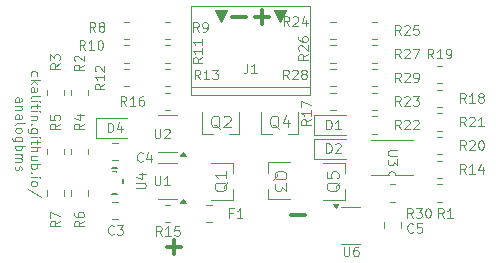
<source format=gbr>
G04 #@! TF.GenerationSoftware,KiCad,Pcbnew,9.0.3*
G04 #@! TF.CreationDate,2025-08-23T22:57:17-07:00*
G04 #@! TF.ProjectId,analog_bms,616e616c-6f67-45f6-926d-732e6b696361,rev?*
G04 #@! TF.SameCoordinates,Original*
G04 #@! TF.FileFunction,Legend,Top*
G04 #@! TF.FilePolarity,Positive*
%FSLAX46Y46*%
G04 Gerber Fmt 4.6, Leading zero omitted, Abs format (unit mm)*
G04 Created by KiCad (PCBNEW 9.0.3) date 2025-08-23 22:57:17*
%MOMM*%
%LPD*%
G01*
G04 APERTURE LIST*
%ADD10C,0.304800*%
%ADD11C,0.080000*%
%ADD12C,0.100000*%
%ADD13C,0.120000*%
%ADD14C,0.152400*%
G04 APERTURE END LIST*
D10*
X131919429Y-123608610D02*
X133080572Y-123608610D01*
X132500000Y-124189181D02*
X132500000Y-123028038D01*
D11*
X120428115Y-109104761D02*
X120390019Y-109028570D01*
X120390019Y-109028570D02*
X120390019Y-108876189D01*
X120390019Y-108876189D02*
X120428115Y-108799999D01*
X120428115Y-108799999D02*
X120466210Y-108761904D01*
X120466210Y-108761904D02*
X120542400Y-108723808D01*
X120542400Y-108723808D02*
X120770972Y-108723808D01*
X120770972Y-108723808D02*
X120847162Y-108761904D01*
X120847162Y-108761904D02*
X120885257Y-108799999D01*
X120885257Y-108799999D02*
X120923353Y-108876189D01*
X120923353Y-108876189D02*
X120923353Y-109028570D01*
X120923353Y-109028570D02*
X120885257Y-109104761D01*
X120390019Y-109447618D02*
X121190019Y-109447618D01*
X120694781Y-109523808D02*
X120390019Y-109752380D01*
X120923353Y-109752380D02*
X120618591Y-109447618D01*
X120390019Y-110438094D02*
X120809067Y-110438094D01*
X120809067Y-110438094D02*
X120885257Y-110399999D01*
X120885257Y-110399999D02*
X120923353Y-110323808D01*
X120923353Y-110323808D02*
X120923353Y-110171427D01*
X120923353Y-110171427D02*
X120885257Y-110095237D01*
X120428115Y-110438094D02*
X120390019Y-110361903D01*
X120390019Y-110361903D02*
X120390019Y-110171427D01*
X120390019Y-110171427D02*
X120428115Y-110095237D01*
X120428115Y-110095237D02*
X120504305Y-110057141D01*
X120504305Y-110057141D02*
X120580495Y-110057141D01*
X120580495Y-110057141D02*
X120656686Y-110095237D01*
X120656686Y-110095237D02*
X120694781Y-110171427D01*
X120694781Y-110171427D02*
X120694781Y-110361903D01*
X120694781Y-110361903D02*
X120732876Y-110438094D01*
X120390019Y-110933332D02*
X120428115Y-110857142D01*
X120428115Y-110857142D02*
X120504305Y-110819047D01*
X120504305Y-110819047D02*
X121190019Y-110819047D01*
X120390019Y-111238095D02*
X120923353Y-111238095D01*
X121190019Y-111238095D02*
X121151924Y-111199999D01*
X121151924Y-111199999D02*
X121113829Y-111238095D01*
X121113829Y-111238095D02*
X121151924Y-111276190D01*
X121151924Y-111276190D02*
X121190019Y-111238095D01*
X121190019Y-111238095D02*
X121113829Y-111238095D01*
X120923353Y-111504761D02*
X120923353Y-111809523D01*
X121190019Y-111619047D02*
X120504305Y-111619047D01*
X120504305Y-111619047D02*
X120428115Y-111657142D01*
X120428115Y-111657142D02*
X120390019Y-111733332D01*
X120390019Y-111733332D02*
X120390019Y-111809523D01*
X120390019Y-112076190D02*
X120923353Y-112076190D01*
X121190019Y-112076190D02*
X121151924Y-112038094D01*
X121151924Y-112038094D02*
X121113829Y-112076190D01*
X121113829Y-112076190D02*
X121151924Y-112114285D01*
X121151924Y-112114285D02*
X121190019Y-112076190D01*
X121190019Y-112076190D02*
X121113829Y-112076190D01*
X120923353Y-112457142D02*
X120390019Y-112457142D01*
X120847162Y-112457142D02*
X120885257Y-112495237D01*
X120885257Y-112495237D02*
X120923353Y-112571427D01*
X120923353Y-112571427D02*
X120923353Y-112685713D01*
X120923353Y-112685713D02*
X120885257Y-112761904D01*
X120885257Y-112761904D02*
X120809067Y-112799999D01*
X120809067Y-112799999D02*
X120390019Y-112799999D01*
X120466210Y-113180952D02*
X120428115Y-113219047D01*
X120428115Y-113219047D02*
X120390019Y-113180952D01*
X120390019Y-113180952D02*
X120428115Y-113142856D01*
X120428115Y-113142856D02*
X120466210Y-113180952D01*
X120466210Y-113180952D02*
X120390019Y-113180952D01*
X120923353Y-113904761D02*
X120275734Y-113904761D01*
X120275734Y-113904761D02*
X120199543Y-113866666D01*
X120199543Y-113866666D02*
X120161448Y-113828570D01*
X120161448Y-113828570D02*
X120123353Y-113752380D01*
X120123353Y-113752380D02*
X120123353Y-113638094D01*
X120123353Y-113638094D02*
X120161448Y-113561904D01*
X120428115Y-113904761D02*
X120390019Y-113828570D01*
X120390019Y-113828570D02*
X120390019Y-113676189D01*
X120390019Y-113676189D02*
X120428115Y-113599999D01*
X120428115Y-113599999D02*
X120466210Y-113561904D01*
X120466210Y-113561904D02*
X120542400Y-113523808D01*
X120542400Y-113523808D02*
X120770972Y-113523808D01*
X120770972Y-113523808D02*
X120847162Y-113561904D01*
X120847162Y-113561904D02*
X120885257Y-113599999D01*
X120885257Y-113599999D02*
X120923353Y-113676189D01*
X120923353Y-113676189D02*
X120923353Y-113828570D01*
X120923353Y-113828570D02*
X120885257Y-113904761D01*
X120390019Y-114285714D02*
X120923353Y-114285714D01*
X121190019Y-114285714D02*
X121151924Y-114247618D01*
X121151924Y-114247618D02*
X121113829Y-114285714D01*
X121113829Y-114285714D02*
X121151924Y-114323809D01*
X121151924Y-114323809D02*
X121190019Y-114285714D01*
X121190019Y-114285714D02*
X121113829Y-114285714D01*
X120923353Y-114552380D02*
X120923353Y-114857142D01*
X121190019Y-114666666D02*
X120504305Y-114666666D01*
X120504305Y-114666666D02*
X120428115Y-114704761D01*
X120428115Y-114704761D02*
X120390019Y-114780951D01*
X120390019Y-114780951D02*
X120390019Y-114857142D01*
X120390019Y-115123809D02*
X121190019Y-115123809D01*
X120390019Y-115466666D02*
X120809067Y-115466666D01*
X120809067Y-115466666D02*
X120885257Y-115428571D01*
X120885257Y-115428571D02*
X120923353Y-115352380D01*
X120923353Y-115352380D02*
X120923353Y-115238094D01*
X120923353Y-115238094D02*
X120885257Y-115161904D01*
X120885257Y-115161904D02*
X120847162Y-115123809D01*
X120923353Y-116190476D02*
X120390019Y-116190476D01*
X120923353Y-115847619D02*
X120504305Y-115847619D01*
X120504305Y-115847619D02*
X120428115Y-115885714D01*
X120428115Y-115885714D02*
X120390019Y-115961904D01*
X120390019Y-115961904D02*
X120390019Y-116076190D01*
X120390019Y-116076190D02*
X120428115Y-116152381D01*
X120428115Y-116152381D02*
X120466210Y-116190476D01*
X120390019Y-116571429D02*
X121190019Y-116571429D01*
X120885257Y-116571429D02*
X120923353Y-116647619D01*
X120923353Y-116647619D02*
X120923353Y-116800000D01*
X120923353Y-116800000D02*
X120885257Y-116876191D01*
X120885257Y-116876191D02*
X120847162Y-116914286D01*
X120847162Y-116914286D02*
X120770972Y-116952381D01*
X120770972Y-116952381D02*
X120542400Y-116952381D01*
X120542400Y-116952381D02*
X120466210Y-116914286D01*
X120466210Y-116914286D02*
X120428115Y-116876191D01*
X120428115Y-116876191D02*
X120390019Y-116800000D01*
X120390019Y-116800000D02*
X120390019Y-116647619D01*
X120390019Y-116647619D02*
X120428115Y-116571429D01*
X120466210Y-117295239D02*
X120428115Y-117333334D01*
X120428115Y-117333334D02*
X120390019Y-117295239D01*
X120390019Y-117295239D02*
X120428115Y-117257143D01*
X120428115Y-117257143D02*
X120466210Y-117295239D01*
X120466210Y-117295239D02*
X120390019Y-117295239D01*
X120390019Y-117676191D02*
X120923353Y-117676191D01*
X121190019Y-117676191D02*
X121151924Y-117638095D01*
X121151924Y-117638095D02*
X121113829Y-117676191D01*
X121113829Y-117676191D02*
X121151924Y-117714286D01*
X121151924Y-117714286D02*
X121190019Y-117676191D01*
X121190019Y-117676191D02*
X121113829Y-117676191D01*
X120390019Y-118171428D02*
X120428115Y-118095238D01*
X120428115Y-118095238D02*
X120466210Y-118057143D01*
X120466210Y-118057143D02*
X120542400Y-118019047D01*
X120542400Y-118019047D02*
X120770972Y-118019047D01*
X120770972Y-118019047D02*
X120847162Y-118057143D01*
X120847162Y-118057143D02*
X120885257Y-118095238D01*
X120885257Y-118095238D02*
X120923353Y-118171428D01*
X120923353Y-118171428D02*
X120923353Y-118285714D01*
X120923353Y-118285714D02*
X120885257Y-118361905D01*
X120885257Y-118361905D02*
X120847162Y-118400000D01*
X120847162Y-118400000D02*
X120770972Y-118438095D01*
X120770972Y-118438095D02*
X120542400Y-118438095D01*
X120542400Y-118438095D02*
X120466210Y-118400000D01*
X120466210Y-118400000D02*
X120428115Y-118361905D01*
X120428115Y-118361905D02*
X120390019Y-118285714D01*
X120390019Y-118285714D02*
X120390019Y-118171428D01*
X121228115Y-119352381D02*
X120199543Y-118666667D01*
X119102064Y-111295236D02*
X119521112Y-111295236D01*
X119521112Y-111295236D02*
X119597302Y-111257141D01*
X119597302Y-111257141D02*
X119635398Y-111180950D01*
X119635398Y-111180950D02*
X119635398Y-111028569D01*
X119635398Y-111028569D02*
X119597302Y-110952379D01*
X119140160Y-111295236D02*
X119102064Y-111219045D01*
X119102064Y-111219045D02*
X119102064Y-111028569D01*
X119102064Y-111028569D02*
X119140160Y-110952379D01*
X119140160Y-110952379D02*
X119216350Y-110914283D01*
X119216350Y-110914283D02*
X119292540Y-110914283D01*
X119292540Y-110914283D02*
X119368731Y-110952379D01*
X119368731Y-110952379D02*
X119406826Y-111028569D01*
X119406826Y-111028569D02*
X119406826Y-111219045D01*
X119406826Y-111219045D02*
X119444921Y-111295236D01*
X119635398Y-111676189D02*
X119102064Y-111676189D01*
X119559207Y-111676189D02*
X119597302Y-111714284D01*
X119597302Y-111714284D02*
X119635398Y-111790474D01*
X119635398Y-111790474D02*
X119635398Y-111904760D01*
X119635398Y-111904760D02*
X119597302Y-111980951D01*
X119597302Y-111980951D02*
X119521112Y-112019046D01*
X119521112Y-112019046D02*
X119102064Y-112019046D01*
X119102064Y-112742856D02*
X119521112Y-112742856D01*
X119521112Y-112742856D02*
X119597302Y-112704761D01*
X119597302Y-112704761D02*
X119635398Y-112628570D01*
X119635398Y-112628570D02*
X119635398Y-112476189D01*
X119635398Y-112476189D02*
X119597302Y-112399999D01*
X119140160Y-112742856D02*
X119102064Y-112666665D01*
X119102064Y-112666665D02*
X119102064Y-112476189D01*
X119102064Y-112476189D02*
X119140160Y-112399999D01*
X119140160Y-112399999D02*
X119216350Y-112361903D01*
X119216350Y-112361903D02*
X119292540Y-112361903D01*
X119292540Y-112361903D02*
X119368731Y-112399999D01*
X119368731Y-112399999D02*
X119406826Y-112476189D01*
X119406826Y-112476189D02*
X119406826Y-112666665D01*
X119406826Y-112666665D02*
X119444921Y-112742856D01*
X119102064Y-113238094D02*
X119140160Y-113161904D01*
X119140160Y-113161904D02*
X119216350Y-113123809D01*
X119216350Y-113123809D02*
X119902064Y-113123809D01*
X119102064Y-113657142D02*
X119140160Y-113580952D01*
X119140160Y-113580952D02*
X119178255Y-113542857D01*
X119178255Y-113542857D02*
X119254445Y-113504761D01*
X119254445Y-113504761D02*
X119483017Y-113504761D01*
X119483017Y-113504761D02*
X119559207Y-113542857D01*
X119559207Y-113542857D02*
X119597302Y-113580952D01*
X119597302Y-113580952D02*
X119635398Y-113657142D01*
X119635398Y-113657142D02*
X119635398Y-113771428D01*
X119635398Y-113771428D02*
X119597302Y-113847619D01*
X119597302Y-113847619D02*
X119559207Y-113885714D01*
X119559207Y-113885714D02*
X119483017Y-113923809D01*
X119483017Y-113923809D02*
X119254445Y-113923809D01*
X119254445Y-113923809D02*
X119178255Y-113885714D01*
X119178255Y-113885714D02*
X119140160Y-113847619D01*
X119140160Y-113847619D02*
X119102064Y-113771428D01*
X119102064Y-113771428D02*
X119102064Y-113657142D01*
X119635398Y-114609524D02*
X118987779Y-114609524D01*
X118987779Y-114609524D02*
X118911588Y-114571429D01*
X118911588Y-114571429D02*
X118873493Y-114533333D01*
X118873493Y-114533333D02*
X118835398Y-114457143D01*
X118835398Y-114457143D02*
X118835398Y-114342857D01*
X118835398Y-114342857D02*
X118873493Y-114266667D01*
X119140160Y-114609524D02*
X119102064Y-114533333D01*
X119102064Y-114533333D02*
X119102064Y-114380952D01*
X119102064Y-114380952D02*
X119140160Y-114304762D01*
X119140160Y-114304762D02*
X119178255Y-114266667D01*
X119178255Y-114266667D02*
X119254445Y-114228571D01*
X119254445Y-114228571D02*
X119483017Y-114228571D01*
X119483017Y-114228571D02*
X119559207Y-114266667D01*
X119559207Y-114266667D02*
X119597302Y-114304762D01*
X119597302Y-114304762D02*
X119635398Y-114380952D01*
X119635398Y-114380952D02*
X119635398Y-114533333D01*
X119635398Y-114533333D02*
X119597302Y-114609524D01*
X119102064Y-114990477D02*
X119902064Y-114990477D01*
X119597302Y-114990477D02*
X119635398Y-115066667D01*
X119635398Y-115066667D02*
X119635398Y-115219048D01*
X119635398Y-115219048D02*
X119597302Y-115295239D01*
X119597302Y-115295239D02*
X119559207Y-115333334D01*
X119559207Y-115333334D02*
X119483017Y-115371429D01*
X119483017Y-115371429D02*
X119254445Y-115371429D01*
X119254445Y-115371429D02*
X119178255Y-115333334D01*
X119178255Y-115333334D02*
X119140160Y-115295239D01*
X119140160Y-115295239D02*
X119102064Y-115219048D01*
X119102064Y-115219048D02*
X119102064Y-115066667D01*
X119102064Y-115066667D02*
X119140160Y-114990477D01*
X119102064Y-115714287D02*
X119635398Y-115714287D01*
X119559207Y-115714287D02*
X119597302Y-115752382D01*
X119597302Y-115752382D02*
X119635398Y-115828572D01*
X119635398Y-115828572D02*
X119635398Y-115942858D01*
X119635398Y-115942858D02*
X119597302Y-116019049D01*
X119597302Y-116019049D02*
X119521112Y-116057144D01*
X119521112Y-116057144D02*
X119102064Y-116057144D01*
X119521112Y-116057144D02*
X119597302Y-116095239D01*
X119597302Y-116095239D02*
X119635398Y-116171430D01*
X119635398Y-116171430D02*
X119635398Y-116285715D01*
X119635398Y-116285715D02*
X119597302Y-116361906D01*
X119597302Y-116361906D02*
X119521112Y-116400001D01*
X119521112Y-116400001D02*
X119102064Y-116400001D01*
X119140160Y-116742858D02*
X119102064Y-116819049D01*
X119102064Y-116819049D02*
X119102064Y-116971430D01*
X119102064Y-116971430D02*
X119140160Y-117047620D01*
X119140160Y-117047620D02*
X119216350Y-117085716D01*
X119216350Y-117085716D02*
X119254445Y-117085716D01*
X119254445Y-117085716D02*
X119330636Y-117047620D01*
X119330636Y-117047620D02*
X119368731Y-116971430D01*
X119368731Y-116971430D02*
X119368731Y-116857144D01*
X119368731Y-116857144D02*
X119406826Y-116780954D01*
X119406826Y-116780954D02*
X119483017Y-116742858D01*
X119483017Y-116742858D02*
X119521112Y-116742858D01*
X119521112Y-116742858D02*
X119597302Y-116780954D01*
X119597302Y-116780954D02*
X119635398Y-116857144D01*
X119635398Y-116857144D02*
X119635398Y-116971430D01*
X119635398Y-116971430D02*
X119597302Y-117047620D01*
D10*
X139419429Y-104108610D02*
X140580572Y-104108610D01*
X140000000Y-104689181D02*
X140000000Y-103528038D01*
X142419429Y-120858610D02*
X143580572Y-120858610D01*
X137419429Y-104108610D02*
X138580572Y-104108610D01*
D11*
X134915935Y-107514285D02*
X134534982Y-107780952D01*
X134915935Y-107971428D02*
X134115935Y-107971428D01*
X134115935Y-107971428D02*
X134115935Y-107666666D01*
X134115935Y-107666666D02*
X134154030Y-107590476D01*
X134154030Y-107590476D02*
X134192125Y-107552381D01*
X134192125Y-107552381D02*
X134268316Y-107514285D01*
X134268316Y-107514285D02*
X134382601Y-107514285D01*
X134382601Y-107514285D02*
X134458792Y-107552381D01*
X134458792Y-107552381D02*
X134496887Y-107590476D01*
X134496887Y-107590476D02*
X134534982Y-107666666D01*
X134534982Y-107666666D02*
X134534982Y-107971428D01*
X134915935Y-106752381D02*
X134915935Y-107209524D01*
X134915935Y-106980952D02*
X134115935Y-106980952D01*
X134115935Y-106980952D02*
X134230220Y-107057143D01*
X134230220Y-107057143D02*
X134306411Y-107133333D01*
X134306411Y-107133333D02*
X134344506Y-107209524D01*
X134915935Y-105990476D02*
X134915935Y-106447619D01*
X134915935Y-106219047D02*
X134115935Y-106219047D01*
X134115935Y-106219047D02*
X134230220Y-106295238D01*
X134230220Y-106295238D02*
X134306411Y-106371428D01*
X134306411Y-106371428D02*
X134344506Y-106447619D01*
X126909524Y-113865935D02*
X126909524Y-113065935D01*
X126909524Y-113065935D02*
X127100000Y-113065935D01*
X127100000Y-113065935D02*
X127214286Y-113104030D01*
X127214286Y-113104030D02*
X127290476Y-113180220D01*
X127290476Y-113180220D02*
X127328571Y-113256411D01*
X127328571Y-113256411D02*
X127366667Y-113408792D01*
X127366667Y-113408792D02*
X127366667Y-113523078D01*
X127366667Y-113523078D02*
X127328571Y-113675459D01*
X127328571Y-113675459D02*
X127290476Y-113751649D01*
X127290476Y-113751649D02*
X127214286Y-113827840D01*
X127214286Y-113827840D02*
X127100000Y-113865935D01*
X127100000Y-113865935D02*
X126909524Y-113865935D01*
X128052381Y-113332601D02*
X128052381Y-113865935D01*
X127861905Y-113027840D02*
X127671428Y-113599268D01*
X127671428Y-113599268D02*
X128166667Y-113599268D01*
X143865935Y-107264285D02*
X143484982Y-107530952D01*
X143865935Y-107721428D02*
X143065935Y-107721428D01*
X143065935Y-107721428D02*
X143065935Y-107416666D01*
X143065935Y-107416666D02*
X143104030Y-107340476D01*
X143104030Y-107340476D02*
X143142125Y-107302381D01*
X143142125Y-107302381D02*
X143218316Y-107264285D01*
X143218316Y-107264285D02*
X143332601Y-107264285D01*
X143332601Y-107264285D02*
X143408792Y-107302381D01*
X143408792Y-107302381D02*
X143446887Y-107340476D01*
X143446887Y-107340476D02*
X143484982Y-107416666D01*
X143484982Y-107416666D02*
X143484982Y-107721428D01*
X143142125Y-106959524D02*
X143104030Y-106921428D01*
X143104030Y-106921428D02*
X143065935Y-106845238D01*
X143065935Y-106845238D02*
X143065935Y-106654762D01*
X143065935Y-106654762D02*
X143104030Y-106578571D01*
X143104030Y-106578571D02*
X143142125Y-106540476D01*
X143142125Y-106540476D02*
X143218316Y-106502381D01*
X143218316Y-106502381D02*
X143294506Y-106502381D01*
X143294506Y-106502381D02*
X143408792Y-106540476D01*
X143408792Y-106540476D02*
X143865935Y-106997619D01*
X143865935Y-106997619D02*
X143865935Y-106502381D01*
X143065935Y-105816666D02*
X143065935Y-105969047D01*
X143065935Y-105969047D02*
X143104030Y-106045238D01*
X143104030Y-106045238D02*
X143142125Y-106083333D01*
X143142125Y-106083333D02*
X143256411Y-106159523D01*
X143256411Y-106159523D02*
X143408792Y-106197619D01*
X143408792Y-106197619D02*
X143713554Y-106197619D01*
X143713554Y-106197619D02*
X143789744Y-106159523D01*
X143789744Y-106159523D02*
X143827840Y-106121428D01*
X143827840Y-106121428D02*
X143865935Y-106045238D01*
X143865935Y-106045238D02*
X143865935Y-105892857D01*
X143865935Y-105892857D02*
X143827840Y-105816666D01*
X143827840Y-105816666D02*
X143789744Y-105778571D01*
X143789744Y-105778571D02*
X143713554Y-105740476D01*
X143713554Y-105740476D02*
X143523078Y-105740476D01*
X143523078Y-105740476D02*
X143446887Y-105778571D01*
X143446887Y-105778571D02*
X143408792Y-105816666D01*
X143408792Y-105816666D02*
X143370697Y-105892857D01*
X143370697Y-105892857D02*
X143370697Y-106045238D01*
X143370697Y-106045238D02*
X143408792Y-106121428D01*
X143408792Y-106121428D02*
X143446887Y-106159523D01*
X143446887Y-106159523D02*
X143523078Y-106197619D01*
X134616667Y-105365935D02*
X134350000Y-104984982D01*
X134159524Y-105365935D02*
X134159524Y-104565935D01*
X134159524Y-104565935D02*
X134464286Y-104565935D01*
X134464286Y-104565935D02*
X134540476Y-104604030D01*
X134540476Y-104604030D02*
X134578571Y-104642125D01*
X134578571Y-104642125D02*
X134616667Y-104718316D01*
X134616667Y-104718316D02*
X134616667Y-104832601D01*
X134616667Y-104832601D02*
X134578571Y-104908792D01*
X134578571Y-104908792D02*
X134540476Y-104946887D01*
X134540476Y-104946887D02*
X134464286Y-104984982D01*
X134464286Y-104984982D02*
X134159524Y-104984982D01*
X134997619Y-105365935D02*
X135150000Y-105365935D01*
X135150000Y-105365935D02*
X135226190Y-105327840D01*
X135226190Y-105327840D02*
X135264286Y-105289744D01*
X135264286Y-105289744D02*
X135340476Y-105175459D01*
X135340476Y-105175459D02*
X135378571Y-105023078D01*
X135378571Y-105023078D02*
X135378571Y-104718316D01*
X135378571Y-104718316D02*
X135340476Y-104642125D01*
X135340476Y-104642125D02*
X135302381Y-104604030D01*
X135302381Y-104604030D02*
X135226190Y-104565935D01*
X135226190Y-104565935D02*
X135073809Y-104565935D01*
X135073809Y-104565935D02*
X134997619Y-104604030D01*
X134997619Y-104604030D02*
X134959524Y-104642125D01*
X134959524Y-104642125D02*
X134921428Y-104718316D01*
X134921428Y-104718316D02*
X134921428Y-104908792D01*
X134921428Y-104908792D02*
X134959524Y-104984982D01*
X134959524Y-104984982D02*
X134997619Y-105023078D01*
X134997619Y-105023078D02*
X135073809Y-105061173D01*
X135073809Y-105061173D02*
X135226190Y-105061173D01*
X135226190Y-105061173D02*
X135302381Y-105023078D01*
X135302381Y-105023078D02*
X135340476Y-104984982D01*
X135340476Y-104984982D02*
X135378571Y-104908792D01*
X145409524Y-115615935D02*
X145409524Y-114815935D01*
X145409524Y-114815935D02*
X145600000Y-114815935D01*
X145600000Y-114815935D02*
X145714286Y-114854030D01*
X145714286Y-114854030D02*
X145790476Y-114930220D01*
X145790476Y-114930220D02*
X145828571Y-115006411D01*
X145828571Y-115006411D02*
X145866667Y-115158792D01*
X145866667Y-115158792D02*
X145866667Y-115273078D01*
X145866667Y-115273078D02*
X145828571Y-115425459D01*
X145828571Y-115425459D02*
X145790476Y-115501649D01*
X145790476Y-115501649D02*
X145714286Y-115577840D01*
X145714286Y-115577840D02*
X145600000Y-115615935D01*
X145600000Y-115615935D02*
X145409524Y-115615935D01*
X146171428Y-114892125D02*
X146209524Y-114854030D01*
X146209524Y-114854030D02*
X146285714Y-114815935D01*
X146285714Y-114815935D02*
X146476190Y-114815935D01*
X146476190Y-114815935D02*
X146552381Y-114854030D01*
X146552381Y-114854030D02*
X146590476Y-114892125D01*
X146590476Y-114892125D02*
X146628571Y-114968316D01*
X146628571Y-114968316D02*
X146628571Y-115044506D01*
X146628571Y-115044506D02*
X146590476Y-115158792D01*
X146590476Y-115158792D02*
X146133333Y-115615935D01*
X146133333Y-115615935D02*
X146628571Y-115615935D01*
X134735714Y-109365935D02*
X134469047Y-108984982D01*
X134278571Y-109365935D02*
X134278571Y-108565935D01*
X134278571Y-108565935D02*
X134583333Y-108565935D01*
X134583333Y-108565935D02*
X134659523Y-108604030D01*
X134659523Y-108604030D02*
X134697618Y-108642125D01*
X134697618Y-108642125D02*
X134735714Y-108718316D01*
X134735714Y-108718316D02*
X134735714Y-108832601D01*
X134735714Y-108832601D02*
X134697618Y-108908792D01*
X134697618Y-108908792D02*
X134659523Y-108946887D01*
X134659523Y-108946887D02*
X134583333Y-108984982D01*
X134583333Y-108984982D02*
X134278571Y-108984982D01*
X135497618Y-109365935D02*
X135040475Y-109365935D01*
X135269047Y-109365935D02*
X135269047Y-108565935D01*
X135269047Y-108565935D02*
X135192856Y-108680220D01*
X135192856Y-108680220D02*
X135116666Y-108756411D01*
X135116666Y-108756411D02*
X135040475Y-108794506D01*
X135764285Y-108565935D02*
X136259523Y-108565935D01*
X136259523Y-108565935D02*
X135992857Y-108870697D01*
X135992857Y-108870697D02*
X136107142Y-108870697D01*
X136107142Y-108870697D02*
X136183333Y-108908792D01*
X136183333Y-108908792D02*
X136221428Y-108946887D01*
X136221428Y-108946887D02*
X136259523Y-109023078D01*
X136259523Y-109023078D02*
X136259523Y-109213554D01*
X136259523Y-109213554D02*
X136221428Y-109289744D01*
X136221428Y-109289744D02*
X136183333Y-109327840D01*
X136183333Y-109327840D02*
X136107142Y-109365935D01*
X136107142Y-109365935D02*
X135878571Y-109365935D01*
X135878571Y-109365935D02*
X135802380Y-109327840D01*
X135802380Y-109327840D02*
X135764285Y-109289744D01*
X142235714Y-109365935D02*
X141969047Y-108984982D01*
X141778571Y-109365935D02*
X141778571Y-108565935D01*
X141778571Y-108565935D02*
X142083333Y-108565935D01*
X142083333Y-108565935D02*
X142159523Y-108604030D01*
X142159523Y-108604030D02*
X142197618Y-108642125D01*
X142197618Y-108642125D02*
X142235714Y-108718316D01*
X142235714Y-108718316D02*
X142235714Y-108832601D01*
X142235714Y-108832601D02*
X142197618Y-108908792D01*
X142197618Y-108908792D02*
X142159523Y-108946887D01*
X142159523Y-108946887D02*
X142083333Y-108984982D01*
X142083333Y-108984982D02*
X141778571Y-108984982D01*
X142540475Y-108642125D02*
X142578571Y-108604030D01*
X142578571Y-108604030D02*
X142654761Y-108565935D01*
X142654761Y-108565935D02*
X142845237Y-108565935D01*
X142845237Y-108565935D02*
X142921428Y-108604030D01*
X142921428Y-108604030D02*
X142959523Y-108642125D01*
X142959523Y-108642125D02*
X142997618Y-108718316D01*
X142997618Y-108718316D02*
X142997618Y-108794506D01*
X142997618Y-108794506D02*
X142959523Y-108908792D01*
X142959523Y-108908792D02*
X142502380Y-109365935D01*
X142502380Y-109365935D02*
X142997618Y-109365935D01*
X143454761Y-108908792D02*
X143378571Y-108870697D01*
X143378571Y-108870697D02*
X143340476Y-108832601D01*
X143340476Y-108832601D02*
X143302380Y-108756411D01*
X143302380Y-108756411D02*
X143302380Y-108718316D01*
X143302380Y-108718316D02*
X143340476Y-108642125D01*
X143340476Y-108642125D02*
X143378571Y-108604030D01*
X143378571Y-108604030D02*
X143454761Y-108565935D01*
X143454761Y-108565935D02*
X143607142Y-108565935D01*
X143607142Y-108565935D02*
X143683333Y-108604030D01*
X143683333Y-108604030D02*
X143721428Y-108642125D01*
X143721428Y-108642125D02*
X143759523Y-108718316D01*
X143759523Y-108718316D02*
X143759523Y-108756411D01*
X143759523Y-108756411D02*
X143721428Y-108832601D01*
X143721428Y-108832601D02*
X143683333Y-108870697D01*
X143683333Y-108870697D02*
X143607142Y-108908792D01*
X143607142Y-108908792D02*
X143454761Y-108908792D01*
X143454761Y-108908792D02*
X143378571Y-108946887D01*
X143378571Y-108946887D02*
X143340476Y-108984982D01*
X143340476Y-108984982D02*
X143302380Y-109061173D01*
X143302380Y-109061173D02*
X143302380Y-109213554D01*
X143302380Y-109213554D02*
X143340476Y-109289744D01*
X143340476Y-109289744D02*
X143378571Y-109327840D01*
X143378571Y-109327840D02*
X143454761Y-109365935D01*
X143454761Y-109365935D02*
X143607142Y-109365935D01*
X143607142Y-109365935D02*
X143683333Y-109327840D01*
X143683333Y-109327840D02*
X143721428Y-109289744D01*
X143721428Y-109289744D02*
X143759523Y-109213554D01*
X143759523Y-109213554D02*
X143759523Y-109061173D01*
X143759523Y-109061173D02*
X143721428Y-108984982D01*
X143721428Y-108984982D02*
X143683333Y-108946887D01*
X143683333Y-108946887D02*
X143607142Y-108908792D01*
X130890476Y-113565935D02*
X130890476Y-114213554D01*
X130890476Y-114213554D02*
X130928571Y-114289744D01*
X130928571Y-114289744D02*
X130966666Y-114327840D01*
X130966666Y-114327840D02*
X131042857Y-114365935D01*
X131042857Y-114365935D02*
X131195238Y-114365935D01*
X131195238Y-114365935D02*
X131271428Y-114327840D01*
X131271428Y-114327840D02*
X131309523Y-114289744D01*
X131309523Y-114289744D02*
X131347619Y-114213554D01*
X131347619Y-114213554D02*
X131347619Y-113565935D01*
X131690475Y-113642125D02*
X131728571Y-113604030D01*
X131728571Y-113604030D02*
X131804761Y-113565935D01*
X131804761Y-113565935D02*
X131995237Y-113565935D01*
X131995237Y-113565935D02*
X132071428Y-113604030D01*
X132071428Y-113604030D02*
X132109523Y-113642125D01*
X132109523Y-113642125D02*
X132147618Y-113718316D01*
X132147618Y-113718316D02*
X132147618Y-113794506D01*
X132147618Y-113794506D02*
X132109523Y-113908792D01*
X132109523Y-113908792D02*
X131652380Y-114365935D01*
X131652380Y-114365935D02*
X132147618Y-114365935D01*
X125866667Y-105365935D02*
X125600000Y-104984982D01*
X125409524Y-105365935D02*
X125409524Y-104565935D01*
X125409524Y-104565935D02*
X125714286Y-104565935D01*
X125714286Y-104565935D02*
X125790476Y-104604030D01*
X125790476Y-104604030D02*
X125828571Y-104642125D01*
X125828571Y-104642125D02*
X125866667Y-104718316D01*
X125866667Y-104718316D02*
X125866667Y-104832601D01*
X125866667Y-104832601D02*
X125828571Y-104908792D01*
X125828571Y-104908792D02*
X125790476Y-104946887D01*
X125790476Y-104946887D02*
X125714286Y-104984982D01*
X125714286Y-104984982D02*
X125409524Y-104984982D01*
X126323809Y-104908792D02*
X126247619Y-104870697D01*
X126247619Y-104870697D02*
X126209524Y-104832601D01*
X126209524Y-104832601D02*
X126171428Y-104756411D01*
X126171428Y-104756411D02*
X126171428Y-104718316D01*
X126171428Y-104718316D02*
X126209524Y-104642125D01*
X126209524Y-104642125D02*
X126247619Y-104604030D01*
X126247619Y-104604030D02*
X126323809Y-104565935D01*
X126323809Y-104565935D02*
X126476190Y-104565935D01*
X126476190Y-104565935D02*
X126552381Y-104604030D01*
X126552381Y-104604030D02*
X126590476Y-104642125D01*
X126590476Y-104642125D02*
X126628571Y-104718316D01*
X126628571Y-104718316D02*
X126628571Y-104756411D01*
X126628571Y-104756411D02*
X126590476Y-104832601D01*
X126590476Y-104832601D02*
X126552381Y-104870697D01*
X126552381Y-104870697D02*
X126476190Y-104908792D01*
X126476190Y-104908792D02*
X126323809Y-104908792D01*
X126323809Y-104908792D02*
X126247619Y-104946887D01*
X126247619Y-104946887D02*
X126209524Y-104984982D01*
X126209524Y-104984982D02*
X126171428Y-105061173D01*
X126171428Y-105061173D02*
X126171428Y-105213554D01*
X126171428Y-105213554D02*
X126209524Y-105289744D01*
X126209524Y-105289744D02*
X126247619Y-105327840D01*
X126247619Y-105327840D02*
X126323809Y-105365935D01*
X126323809Y-105365935D02*
X126476190Y-105365935D01*
X126476190Y-105365935D02*
X126552381Y-105327840D01*
X126552381Y-105327840D02*
X126590476Y-105289744D01*
X126590476Y-105289744D02*
X126628571Y-105213554D01*
X126628571Y-105213554D02*
X126628571Y-105061173D01*
X126628571Y-105061173D02*
X126590476Y-104984982D01*
X126590476Y-104984982D02*
X126552381Y-104946887D01*
X126552381Y-104946887D02*
X126476190Y-104908792D01*
X151735714Y-111615935D02*
X151469047Y-111234982D01*
X151278571Y-111615935D02*
X151278571Y-110815935D01*
X151278571Y-110815935D02*
X151583333Y-110815935D01*
X151583333Y-110815935D02*
X151659523Y-110854030D01*
X151659523Y-110854030D02*
X151697618Y-110892125D01*
X151697618Y-110892125D02*
X151735714Y-110968316D01*
X151735714Y-110968316D02*
X151735714Y-111082601D01*
X151735714Y-111082601D02*
X151697618Y-111158792D01*
X151697618Y-111158792D02*
X151659523Y-111196887D01*
X151659523Y-111196887D02*
X151583333Y-111234982D01*
X151583333Y-111234982D02*
X151278571Y-111234982D01*
X152040475Y-110892125D02*
X152078571Y-110854030D01*
X152078571Y-110854030D02*
X152154761Y-110815935D01*
X152154761Y-110815935D02*
X152345237Y-110815935D01*
X152345237Y-110815935D02*
X152421428Y-110854030D01*
X152421428Y-110854030D02*
X152459523Y-110892125D01*
X152459523Y-110892125D02*
X152497618Y-110968316D01*
X152497618Y-110968316D02*
X152497618Y-111044506D01*
X152497618Y-111044506D02*
X152459523Y-111158792D01*
X152459523Y-111158792D02*
X152002380Y-111615935D01*
X152002380Y-111615935D02*
X152497618Y-111615935D01*
X152764285Y-110815935D02*
X153259523Y-110815935D01*
X153259523Y-110815935D02*
X152992857Y-111120697D01*
X152992857Y-111120697D02*
X153107142Y-111120697D01*
X153107142Y-111120697D02*
X153183333Y-111158792D01*
X153183333Y-111158792D02*
X153221428Y-111196887D01*
X153221428Y-111196887D02*
X153259523Y-111273078D01*
X153259523Y-111273078D02*
X153259523Y-111463554D01*
X153259523Y-111463554D02*
X153221428Y-111539744D01*
X153221428Y-111539744D02*
X153183333Y-111577840D01*
X153183333Y-111577840D02*
X153107142Y-111615935D01*
X153107142Y-111615935D02*
X152878571Y-111615935D01*
X152878571Y-111615935D02*
X152802380Y-111577840D01*
X152802380Y-111577840D02*
X152764285Y-111539744D01*
X131485714Y-122615935D02*
X131219047Y-122234982D01*
X131028571Y-122615935D02*
X131028571Y-121815935D01*
X131028571Y-121815935D02*
X131333333Y-121815935D01*
X131333333Y-121815935D02*
X131409523Y-121854030D01*
X131409523Y-121854030D02*
X131447618Y-121892125D01*
X131447618Y-121892125D02*
X131485714Y-121968316D01*
X131485714Y-121968316D02*
X131485714Y-122082601D01*
X131485714Y-122082601D02*
X131447618Y-122158792D01*
X131447618Y-122158792D02*
X131409523Y-122196887D01*
X131409523Y-122196887D02*
X131333333Y-122234982D01*
X131333333Y-122234982D02*
X131028571Y-122234982D01*
X132247618Y-122615935D02*
X131790475Y-122615935D01*
X132019047Y-122615935D02*
X132019047Y-121815935D01*
X132019047Y-121815935D02*
X131942856Y-121930220D01*
X131942856Y-121930220D02*
X131866666Y-122006411D01*
X131866666Y-122006411D02*
X131790475Y-122044506D01*
X132971428Y-121815935D02*
X132590476Y-121815935D01*
X132590476Y-121815935D02*
X132552380Y-122196887D01*
X132552380Y-122196887D02*
X132590476Y-122158792D01*
X132590476Y-122158792D02*
X132666666Y-122120697D01*
X132666666Y-122120697D02*
X132857142Y-122120697D01*
X132857142Y-122120697D02*
X132933333Y-122158792D01*
X132933333Y-122158792D02*
X132971428Y-122196887D01*
X132971428Y-122196887D02*
X133009523Y-122273078D01*
X133009523Y-122273078D02*
X133009523Y-122463554D01*
X133009523Y-122463554D02*
X132971428Y-122539744D01*
X132971428Y-122539744D02*
X132933333Y-122577840D01*
X132933333Y-122577840D02*
X132857142Y-122615935D01*
X132857142Y-122615935D02*
X132666666Y-122615935D01*
X132666666Y-122615935D02*
X132590476Y-122577840D01*
X132590476Y-122577840D02*
X132552380Y-122539744D01*
D12*
X137052657Y-118095238D02*
X137005038Y-118190476D01*
X137005038Y-118190476D02*
X136909800Y-118285714D01*
X136909800Y-118285714D02*
X136766942Y-118428571D01*
X136766942Y-118428571D02*
X136719323Y-118523809D01*
X136719323Y-118523809D02*
X136719323Y-118619047D01*
X136957419Y-118571428D02*
X136909800Y-118666666D01*
X136909800Y-118666666D02*
X136814561Y-118761904D01*
X136814561Y-118761904D02*
X136624085Y-118809523D01*
X136624085Y-118809523D02*
X136290752Y-118809523D01*
X136290752Y-118809523D02*
X136100276Y-118761904D01*
X136100276Y-118761904D02*
X136005038Y-118666666D01*
X136005038Y-118666666D02*
X135957419Y-118571428D01*
X135957419Y-118571428D02*
X135957419Y-118380952D01*
X135957419Y-118380952D02*
X136005038Y-118285714D01*
X136005038Y-118285714D02*
X136100276Y-118190476D01*
X136100276Y-118190476D02*
X136290752Y-118142857D01*
X136290752Y-118142857D02*
X136624085Y-118142857D01*
X136624085Y-118142857D02*
X136814561Y-118190476D01*
X136814561Y-118190476D02*
X136909800Y-118285714D01*
X136909800Y-118285714D02*
X136957419Y-118380952D01*
X136957419Y-118380952D02*
X136957419Y-118571428D01*
X136957419Y-117190476D02*
X136957419Y-117761904D01*
X136957419Y-117476190D02*
X135957419Y-117476190D01*
X135957419Y-117476190D02*
X136100276Y-117571428D01*
X136100276Y-117571428D02*
X136195514Y-117666666D01*
X136195514Y-117666666D02*
X136243133Y-117761904D01*
D11*
X152766667Y-122289744D02*
X152728571Y-122327840D01*
X152728571Y-122327840D02*
X152614286Y-122365935D01*
X152614286Y-122365935D02*
X152538095Y-122365935D01*
X152538095Y-122365935D02*
X152423809Y-122327840D01*
X152423809Y-122327840D02*
X152347619Y-122251649D01*
X152347619Y-122251649D02*
X152309524Y-122175459D01*
X152309524Y-122175459D02*
X152271428Y-122023078D01*
X152271428Y-122023078D02*
X152271428Y-121908792D01*
X152271428Y-121908792D02*
X152309524Y-121756411D01*
X152309524Y-121756411D02*
X152347619Y-121680220D01*
X152347619Y-121680220D02*
X152423809Y-121604030D01*
X152423809Y-121604030D02*
X152538095Y-121565935D01*
X152538095Y-121565935D02*
X152614286Y-121565935D01*
X152614286Y-121565935D02*
X152728571Y-121604030D01*
X152728571Y-121604030D02*
X152766667Y-121642125D01*
X153490476Y-121565935D02*
X153109524Y-121565935D01*
X153109524Y-121565935D02*
X153071428Y-121946887D01*
X153071428Y-121946887D02*
X153109524Y-121908792D01*
X153109524Y-121908792D02*
X153185714Y-121870697D01*
X153185714Y-121870697D02*
X153376190Y-121870697D01*
X153376190Y-121870697D02*
X153452381Y-121908792D01*
X153452381Y-121908792D02*
X153490476Y-121946887D01*
X153490476Y-121946887D02*
X153528571Y-122023078D01*
X153528571Y-122023078D02*
X153528571Y-122213554D01*
X153528571Y-122213554D02*
X153490476Y-122289744D01*
X153490476Y-122289744D02*
X153452381Y-122327840D01*
X153452381Y-122327840D02*
X153376190Y-122365935D01*
X153376190Y-122365935D02*
X153185714Y-122365935D01*
X153185714Y-122365935D02*
X153109524Y-122327840D01*
X153109524Y-122327840D02*
X153071428Y-122289744D01*
X145409524Y-113615935D02*
X145409524Y-112815935D01*
X145409524Y-112815935D02*
X145600000Y-112815935D01*
X145600000Y-112815935D02*
X145714286Y-112854030D01*
X145714286Y-112854030D02*
X145790476Y-112930220D01*
X145790476Y-112930220D02*
X145828571Y-113006411D01*
X145828571Y-113006411D02*
X145866667Y-113158792D01*
X145866667Y-113158792D02*
X145866667Y-113273078D01*
X145866667Y-113273078D02*
X145828571Y-113425459D01*
X145828571Y-113425459D02*
X145790476Y-113501649D01*
X145790476Y-113501649D02*
X145714286Y-113577840D01*
X145714286Y-113577840D02*
X145600000Y-113615935D01*
X145600000Y-113615935D02*
X145409524Y-113615935D01*
X146628571Y-113615935D02*
X146171428Y-113615935D01*
X146400000Y-113615935D02*
X146400000Y-112815935D01*
X146400000Y-112815935D02*
X146323809Y-112930220D01*
X146323809Y-112930220D02*
X146247619Y-113006411D01*
X146247619Y-113006411D02*
X146171428Y-113044506D01*
X155366667Y-121115935D02*
X155100000Y-120734982D01*
X154909524Y-121115935D02*
X154909524Y-120315935D01*
X154909524Y-120315935D02*
X155214286Y-120315935D01*
X155214286Y-120315935D02*
X155290476Y-120354030D01*
X155290476Y-120354030D02*
X155328571Y-120392125D01*
X155328571Y-120392125D02*
X155366667Y-120468316D01*
X155366667Y-120468316D02*
X155366667Y-120582601D01*
X155366667Y-120582601D02*
X155328571Y-120658792D01*
X155328571Y-120658792D02*
X155290476Y-120696887D01*
X155290476Y-120696887D02*
X155214286Y-120734982D01*
X155214286Y-120734982D02*
X154909524Y-120734982D01*
X156128571Y-121115935D02*
X155671428Y-121115935D01*
X155900000Y-121115935D02*
X155900000Y-120315935D01*
X155900000Y-120315935D02*
X155823809Y-120430220D01*
X155823809Y-120430220D02*
X155747619Y-120506411D01*
X155747619Y-120506411D02*
X155671428Y-120544506D01*
X151735714Y-107615935D02*
X151469047Y-107234982D01*
X151278571Y-107615935D02*
X151278571Y-106815935D01*
X151278571Y-106815935D02*
X151583333Y-106815935D01*
X151583333Y-106815935D02*
X151659523Y-106854030D01*
X151659523Y-106854030D02*
X151697618Y-106892125D01*
X151697618Y-106892125D02*
X151735714Y-106968316D01*
X151735714Y-106968316D02*
X151735714Y-107082601D01*
X151735714Y-107082601D02*
X151697618Y-107158792D01*
X151697618Y-107158792D02*
X151659523Y-107196887D01*
X151659523Y-107196887D02*
X151583333Y-107234982D01*
X151583333Y-107234982D02*
X151278571Y-107234982D01*
X152040475Y-106892125D02*
X152078571Y-106854030D01*
X152078571Y-106854030D02*
X152154761Y-106815935D01*
X152154761Y-106815935D02*
X152345237Y-106815935D01*
X152345237Y-106815935D02*
X152421428Y-106854030D01*
X152421428Y-106854030D02*
X152459523Y-106892125D01*
X152459523Y-106892125D02*
X152497618Y-106968316D01*
X152497618Y-106968316D02*
X152497618Y-107044506D01*
X152497618Y-107044506D02*
X152459523Y-107158792D01*
X152459523Y-107158792D02*
X152002380Y-107615935D01*
X152002380Y-107615935D02*
X152497618Y-107615935D01*
X152764285Y-106815935D02*
X153297619Y-106815935D01*
X153297619Y-106815935D02*
X152954761Y-107615935D01*
D12*
X146552657Y-118095238D02*
X146505038Y-118190476D01*
X146505038Y-118190476D02*
X146409800Y-118285714D01*
X146409800Y-118285714D02*
X146266942Y-118428571D01*
X146266942Y-118428571D02*
X146219323Y-118523809D01*
X146219323Y-118523809D02*
X146219323Y-118619047D01*
X146457419Y-118571428D02*
X146409800Y-118666666D01*
X146409800Y-118666666D02*
X146314561Y-118761904D01*
X146314561Y-118761904D02*
X146124085Y-118809523D01*
X146124085Y-118809523D02*
X145790752Y-118809523D01*
X145790752Y-118809523D02*
X145600276Y-118761904D01*
X145600276Y-118761904D02*
X145505038Y-118666666D01*
X145505038Y-118666666D02*
X145457419Y-118571428D01*
X145457419Y-118571428D02*
X145457419Y-118380952D01*
X145457419Y-118380952D02*
X145505038Y-118285714D01*
X145505038Y-118285714D02*
X145600276Y-118190476D01*
X145600276Y-118190476D02*
X145790752Y-118142857D01*
X145790752Y-118142857D02*
X146124085Y-118142857D01*
X146124085Y-118142857D02*
X146314561Y-118190476D01*
X146314561Y-118190476D02*
X146409800Y-118285714D01*
X146409800Y-118285714D02*
X146457419Y-118380952D01*
X146457419Y-118380952D02*
X146457419Y-118571428D01*
X145457419Y-117238095D02*
X145457419Y-117714285D01*
X145457419Y-117714285D02*
X145933609Y-117761904D01*
X145933609Y-117761904D02*
X145885990Y-117714285D01*
X145885990Y-117714285D02*
X145838371Y-117619047D01*
X145838371Y-117619047D02*
X145838371Y-117380952D01*
X145838371Y-117380952D02*
X145885990Y-117285714D01*
X145885990Y-117285714D02*
X145933609Y-117238095D01*
X145933609Y-117238095D02*
X146028847Y-117190476D01*
X146028847Y-117190476D02*
X146266942Y-117190476D01*
X146266942Y-117190476D02*
X146362180Y-117238095D01*
X146362180Y-117238095D02*
X146409800Y-117285714D01*
X146409800Y-117285714D02*
X146457419Y-117380952D01*
X146457419Y-117380952D02*
X146457419Y-117619047D01*
X146457419Y-117619047D02*
X146409800Y-117714285D01*
X146409800Y-117714285D02*
X146362180Y-117761904D01*
D11*
X130890476Y-117565935D02*
X130890476Y-118213554D01*
X130890476Y-118213554D02*
X130928571Y-118289744D01*
X130928571Y-118289744D02*
X130966666Y-118327840D01*
X130966666Y-118327840D02*
X131042857Y-118365935D01*
X131042857Y-118365935D02*
X131195238Y-118365935D01*
X131195238Y-118365935D02*
X131271428Y-118327840D01*
X131271428Y-118327840D02*
X131309523Y-118289744D01*
X131309523Y-118289744D02*
X131347619Y-118213554D01*
X131347619Y-118213554D02*
X131347619Y-117565935D01*
X132147618Y-118365935D02*
X131690475Y-118365935D01*
X131919047Y-118365935D02*
X131919047Y-117565935D01*
X131919047Y-117565935D02*
X131842856Y-117680220D01*
X131842856Y-117680220D02*
X131766666Y-117756411D01*
X131766666Y-117756411D02*
X131690475Y-117794506D01*
X129866667Y-116289744D02*
X129828571Y-116327840D01*
X129828571Y-116327840D02*
X129714286Y-116365935D01*
X129714286Y-116365935D02*
X129638095Y-116365935D01*
X129638095Y-116365935D02*
X129523809Y-116327840D01*
X129523809Y-116327840D02*
X129447619Y-116251649D01*
X129447619Y-116251649D02*
X129409524Y-116175459D01*
X129409524Y-116175459D02*
X129371428Y-116023078D01*
X129371428Y-116023078D02*
X129371428Y-115908792D01*
X129371428Y-115908792D02*
X129409524Y-115756411D01*
X129409524Y-115756411D02*
X129447619Y-115680220D01*
X129447619Y-115680220D02*
X129523809Y-115604030D01*
X129523809Y-115604030D02*
X129638095Y-115565935D01*
X129638095Y-115565935D02*
X129714286Y-115565935D01*
X129714286Y-115565935D02*
X129828571Y-115604030D01*
X129828571Y-115604030D02*
X129866667Y-115642125D01*
X130552381Y-115832601D02*
X130552381Y-116365935D01*
X130361905Y-115527840D02*
X130171428Y-116099268D01*
X130171428Y-116099268D02*
X130666667Y-116099268D01*
X157235714Y-117365935D02*
X156969047Y-116984982D01*
X156778571Y-117365935D02*
X156778571Y-116565935D01*
X156778571Y-116565935D02*
X157083333Y-116565935D01*
X157083333Y-116565935D02*
X157159523Y-116604030D01*
X157159523Y-116604030D02*
X157197618Y-116642125D01*
X157197618Y-116642125D02*
X157235714Y-116718316D01*
X157235714Y-116718316D02*
X157235714Y-116832601D01*
X157235714Y-116832601D02*
X157197618Y-116908792D01*
X157197618Y-116908792D02*
X157159523Y-116946887D01*
X157159523Y-116946887D02*
X157083333Y-116984982D01*
X157083333Y-116984982D02*
X156778571Y-116984982D01*
X157997618Y-117365935D02*
X157540475Y-117365935D01*
X157769047Y-117365935D02*
X157769047Y-116565935D01*
X157769047Y-116565935D02*
X157692856Y-116680220D01*
X157692856Y-116680220D02*
X157616666Y-116756411D01*
X157616666Y-116756411D02*
X157540475Y-116794506D01*
X158683333Y-116832601D02*
X158683333Y-117365935D01*
X158492857Y-116527840D02*
X158302380Y-117099268D01*
X158302380Y-117099268D02*
X158797619Y-117099268D01*
X124865935Y-108133332D02*
X124484982Y-108399999D01*
X124865935Y-108590475D02*
X124065935Y-108590475D01*
X124065935Y-108590475D02*
X124065935Y-108285713D01*
X124065935Y-108285713D02*
X124104030Y-108209523D01*
X124104030Y-108209523D02*
X124142125Y-108171428D01*
X124142125Y-108171428D02*
X124218316Y-108133332D01*
X124218316Y-108133332D02*
X124332601Y-108133332D01*
X124332601Y-108133332D02*
X124408792Y-108171428D01*
X124408792Y-108171428D02*
X124446887Y-108209523D01*
X124446887Y-108209523D02*
X124484982Y-108285713D01*
X124484982Y-108285713D02*
X124484982Y-108590475D01*
X124142125Y-107828571D02*
X124104030Y-107790475D01*
X124104030Y-107790475D02*
X124065935Y-107714285D01*
X124065935Y-107714285D02*
X124065935Y-107523809D01*
X124065935Y-107523809D02*
X124104030Y-107447618D01*
X124104030Y-107447618D02*
X124142125Y-107409523D01*
X124142125Y-107409523D02*
X124218316Y-107371428D01*
X124218316Y-107371428D02*
X124294506Y-107371428D01*
X124294506Y-107371428D02*
X124408792Y-107409523D01*
X124408792Y-107409523D02*
X124865935Y-107866666D01*
X124865935Y-107866666D02*
X124865935Y-107371428D01*
D12*
X140947342Y-117904761D02*
X140994961Y-117809523D01*
X140994961Y-117809523D02*
X141090200Y-117714285D01*
X141090200Y-117714285D02*
X141233057Y-117571428D01*
X141233057Y-117571428D02*
X141280676Y-117476190D01*
X141280676Y-117476190D02*
X141280676Y-117380952D01*
X141042580Y-117428571D02*
X141090200Y-117333333D01*
X141090200Y-117333333D02*
X141185438Y-117238095D01*
X141185438Y-117238095D02*
X141375914Y-117190476D01*
X141375914Y-117190476D02*
X141709247Y-117190476D01*
X141709247Y-117190476D02*
X141899723Y-117238095D01*
X141899723Y-117238095D02*
X141994961Y-117333333D01*
X141994961Y-117333333D02*
X142042580Y-117428571D01*
X142042580Y-117428571D02*
X142042580Y-117619047D01*
X142042580Y-117619047D02*
X141994961Y-117714285D01*
X141994961Y-117714285D02*
X141899723Y-117809523D01*
X141899723Y-117809523D02*
X141709247Y-117857142D01*
X141709247Y-117857142D02*
X141375914Y-117857142D01*
X141375914Y-117857142D02*
X141185438Y-117809523D01*
X141185438Y-117809523D02*
X141090200Y-117714285D01*
X141090200Y-117714285D02*
X141042580Y-117619047D01*
X141042580Y-117619047D02*
X141042580Y-117428571D01*
X142042580Y-118190476D02*
X142042580Y-118809523D01*
X142042580Y-118809523D02*
X141661628Y-118476190D01*
X141661628Y-118476190D02*
X141661628Y-118619047D01*
X141661628Y-118619047D02*
X141614009Y-118714285D01*
X141614009Y-118714285D02*
X141566390Y-118761904D01*
X141566390Y-118761904D02*
X141471152Y-118809523D01*
X141471152Y-118809523D02*
X141233057Y-118809523D01*
X141233057Y-118809523D02*
X141137819Y-118761904D01*
X141137819Y-118761904D02*
X141090200Y-118714285D01*
X141090200Y-118714285D02*
X141042580Y-118619047D01*
X141042580Y-118619047D02*
X141042580Y-118333333D01*
X141042580Y-118333333D02*
X141090200Y-118238095D01*
X141090200Y-118238095D02*
X141137819Y-118190476D01*
D11*
X129315935Y-118609523D02*
X129963554Y-118609523D01*
X129963554Y-118609523D02*
X130039744Y-118571428D01*
X130039744Y-118571428D02*
X130077840Y-118533333D01*
X130077840Y-118533333D02*
X130115935Y-118457142D01*
X130115935Y-118457142D02*
X130115935Y-118304761D01*
X130115935Y-118304761D02*
X130077840Y-118228571D01*
X130077840Y-118228571D02*
X130039744Y-118190476D01*
X130039744Y-118190476D02*
X129963554Y-118152380D01*
X129963554Y-118152380D02*
X129315935Y-118152380D01*
X129582601Y-117428571D02*
X130115935Y-117428571D01*
X129277840Y-117619047D02*
X129849268Y-117809524D01*
X129849268Y-117809524D02*
X129849268Y-117314285D01*
X157235714Y-113365935D02*
X156969047Y-112984982D01*
X156778571Y-113365935D02*
X156778571Y-112565935D01*
X156778571Y-112565935D02*
X157083333Y-112565935D01*
X157083333Y-112565935D02*
X157159523Y-112604030D01*
X157159523Y-112604030D02*
X157197618Y-112642125D01*
X157197618Y-112642125D02*
X157235714Y-112718316D01*
X157235714Y-112718316D02*
X157235714Y-112832601D01*
X157235714Y-112832601D02*
X157197618Y-112908792D01*
X157197618Y-112908792D02*
X157159523Y-112946887D01*
X157159523Y-112946887D02*
X157083333Y-112984982D01*
X157083333Y-112984982D02*
X156778571Y-112984982D01*
X157540475Y-112642125D02*
X157578571Y-112604030D01*
X157578571Y-112604030D02*
X157654761Y-112565935D01*
X157654761Y-112565935D02*
X157845237Y-112565935D01*
X157845237Y-112565935D02*
X157921428Y-112604030D01*
X157921428Y-112604030D02*
X157959523Y-112642125D01*
X157959523Y-112642125D02*
X157997618Y-112718316D01*
X157997618Y-112718316D02*
X157997618Y-112794506D01*
X157997618Y-112794506D02*
X157959523Y-112908792D01*
X157959523Y-112908792D02*
X157502380Y-113365935D01*
X157502380Y-113365935D02*
X157997618Y-113365935D01*
X158759523Y-113365935D02*
X158302380Y-113365935D01*
X158530952Y-113365935D02*
X158530952Y-112565935D01*
X158530952Y-112565935D02*
X158454761Y-112680220D01*
X158454761Y-112680220D02*
X158378571Y-112756411D01*
X158378571Y-112756411D02*
X158302380Y-112794506D01*
X128485714Y-111615935D02*
X128219047Y-111234982D01*
X128028571Y-111615935D02*
X128028571Y-110815935D01*
X128028571Y-110815935D02*
X128333333Y-110815935D01*
X128333333Y-110815935D02*
X128409523Y-110854030D01*
X128409523Y-110854030D02*
X128447618Y-110892125D01*
X128447618Y-110892125D02*
X128485714Y-110968316D01*
X128485714Y-110968316D02*
X128485714Y-111082601D01*
X128485714Y-111082601D02*
X128447618Y-111158792D01*
X128447618Y-111158792D02*
X128409523Y-111196887D01*
X128409523Y-111196887D02*
X128333333Y-111234982D01*
X128333333Y-111234982D02*
X128028571Y-111234982D01*
X129247618Y-111615935D02*
X128790475Y-111615935D01*
X129019047Y-111615935D02*
X129019047Y-110815935D01*
X129019047Y-110815935D02*
X128942856Y-110930220D01*
X128942856Y-110930220D02*
X128866666Y-111006411D01*
X128866666Y-111006411D02*
X128790475Y-111044506D01*
X129933333Y-110815935D02*
X129780952Y-110815935D01*
X129780952Y-110815935D02*
X129704761Y-110854030D01*
X129704761Y-110854030D02*
X129666666Y-110892125D01*
X129666666Y-110892125D02*
X129590476Y-111006411D01*
X129590476Y-111006411D02*
X129552380Y-111158792D01*
X129552380Y-111158792D02*
X129552380Y-111463554D01*
X129552380Y-111463554D02*
X129590476Y-111539744D01*
X129590476Y-111539744D02*
X129628571Y-111577840D01*
X129628571Y-111577840D02*
X129704761Y-111615935D01*
X129704761Y-111615935D02*
X129857142Y-111615935D01*
X129857142Y-111615935D02*
X129933333Y-111577840D01*
X129933333Y-111577840D02*
X129971428Y-111539744D01*
X129971428Y-111539744D02*
X130009523Y-111463554D01*
X130009523Y-111463554D02*
X130009523Y-111273078D01*
X130009523Y-111273078D02*
X129971428Y-111196887D01*
X129971428Y-111196887D02*
X129933333Y-111158792D01*
X129933333Y-111158792D02*
X129857142Y-111120697D01*
X129857142Y-111120697D02*
X129704761Y-111120697D01*
X129704761Y-111120697D02*
X129628571Y-111158792D01*
X129628571Y-111158792D02*
X129590476Y-111196887D01*
X129590476Y-111196887D02*
X129552380Y-111273078D01*
X146890476Y-123565935D02*
X146890476Y-124213554D01*
X146890476Y-124213554D02*
X146928571Y-124289744D01*
X146928571Y-124289744D02*
X146966666Y-124327840D01*
X146966666Y-124327840D02*
X147042857Y-124365935D01*
X147042857Y-124365935D02*
X147195238Y-124365935D01*
X147195238Y-124365935D02*
X147271428Y-124327840D01*
X147271428Y-124327840D02*
X147309523Y-124289744D01*
X147309523Y-124289744D02*
X147347619Y-124213554D01*
X147347619Y-124213554D02*
X147347619Y-123565935D01*
X148071428Y-123565935D02*
X147919047Y-123565935D01*
X147919047Y-123565935D02*
X147842856Y-123604030D01*
X147842856Y-123604030D02*
X147804761Y-123642125D01*
X147804761Y-123642125D02*
X147728571Y-123756411D01*
X147728571Y-123756411D02*
X147690475Y-123908792D01*
X147690475Y-123908792D02*
X147690475Y-124213554D01*
X147690475Y-124213554D02*
X147728571Y-124289744D01*
X147728571Y-124289744D02*
X147766666Y-124327840D01*
X147766666Y-124327840D02*
X147842856Y-124365935D01*
X147842856Y-124365935D02*
X147995237Y-124365935D01*
X147995237Y-124365935D02*
X148071428Y-124327840D01*
X148071428Y-124327840D02*
X148109523Y-124289744D01*
X148109523Y-124289744D02*
X148147618Y-124213554D01*
X148147618Y-124213554D02*
X148147618Y-124023078D01*
X148147618Y-124023078D02*
X148109523Y-123946887D01*
X148109523Y-123946887D02*
X148071428Y-123908792D01*
X148071428Y-123908792D02*
X147995237Y-123870697D01*
X147995237Y-123870697D02*
X147842856Y-123870697D01*
X147842856Y-123870697D02*
X147766666Y-123908792D01*
X147766666Y-123908792D02*
X147728571Y-123946887D01*
X147728571Y-123946887D02*
X147690475Y-124023078D01*
D12*
X141404761Y-113552657D02*
X141309523Y-113505038D01*
X141309523Y-113505038D02*
X141214285Y-113409800D01*
X141214285Y-113409800D02*
X141071428Y-113266942D01*
X141071428Y-113266942D02*
X140976190Y-113219323D01*
X140976190Y-113219323D02*
X140880952Y-113219323D01*
X140928571Y-113457419D02*
X140833333Y-113409800D01*
X140833333Y-113409800D02*
X140738095Y-113314561D01*
X140738095Y-113314561D02*
X140690476Y-113124085D01*
X140690476Y-113124085D02*
X140690476Y-112790752D01*
X140690476Y-112790752D02*
X140738095Y-112600276D01*
X140738095Y-112600276D02*
X140833333Y-112505038D01*
X140833333Y-112505038D02*
X140928571Y-112457419D01*
X140928571Y-112457419D02*
X141119047Y-112457419D01*
X141119047Y-112457419D02*
X141214285Y-112505038D01*
X141214285Y-112505038D02*
X141309523Y-112600276D01*
X141309523Y-112600276D02*
X141357142Y-112790752D01*
X141357142Y-112790752D02*
X141357142Y-113124085D01*
X141357142Y-113124085D02*
X141309523Y-113314561D01*
X141309523Y-113314561D02*
X141214285Y-113409800D01*
X141214285Y-113409800D02*
X141119047Y-113457419D01*
X141119047Y-113457419D02*
X140928571Y-113457419D01*
X142214285Y-112790752D02*
X142214285Y-113457419D01*
X141976190Y-112409800D02*
X141738095Y-113124085D01*
X141738095Y-113124085D02*
X142357142Y-113124085D01*
X136404761Y-113552657D02*
X136309523Y-113505038D01*
X136309523Y-113505038D02*
X136214285Y-113409800D01*
X136214285Y-113409800D02*
X136071428Y-113266942D01*
X136071428Y-113266942D02*
X135976190Y-113219323D01*
X135976190Y-113219323D02*
X135880952Y-113219323D01*
X135928571Y-113457419D02*
X135833333Y-113409800D01*
X135833333Y-113409800D02*
X135738095Y-113314561D01*
X135738095Y-113314561D02*
X135690476Y-113124085D01*
X135690476Y-113124085D02*
X135690476Y-112790752D01*
X135690476Y-112790752D02*
X135738095Y-112600276D01*
X135738095Y-112600276D02*
X135833333Y-112505038D01*
X135833333Y-112505038D02*
X135928571Y-112457419D01*
X135928571Y-112457419D02*
X136119047Y-112457419D01*
X136119047Y-112457419D02*
X136214285Y-112505038D01*
X136214285Y-112505038D02*
X136309523Y-112600276D01*
X136309523Y-112600276D02*
X136357142Y-112790752D01*
X136357142Y-112790752D02*
X136357142Y-113124085D01*
X136357142Y-113124085D02*
X136309523Y-113314561D01*
X136309523Y-113314561D02*
X136214285Y-113409800D01*
X136214285Y-113409800D02*
X136119047Y-113457419D01*
X136119047Y-113457419D02*
X135928571Y-113457419D01*
X136738095Y-112552657D02*
X136785714Y-112505038D01*
X136785714Y-112505038D02*
X136880952Y-112457419D01*
X136880952Y-112457419D02*
X137119047Y-112457419D01*
X137119047Y-112457419D02*
X137214285Y-112505038D01*
X137214285Y-112505038D02*
X137261904Y-112552657D01*
X137261904Y-112552657D02*
X137309523Y-112647895D01*
X137309523Y-112647895D02*
X137309523Y-112743133D01*
X137309523Y-112743133D02*
X137261904Y-112885990D01*
X137261904Y-112885990D02*
X136690476Y-113457419D01*
X136690476Y-113457419D02*
X137309523Y-113457419D01*
D11*
X122865935Y-121383332D02*
X122484982Y-121649999D01*
X122865935Y-121840475D02*
X122065935Y-121840475D01*
X122065935Y-121840475D02*
X122065935Y-121535713D01*
X122065935Y-121535713D02*
X122104030Y-121459523D01*
X122104030Y-121459523D02*
X122142125Y-121421428D01*
X122142125Y-121421428D02*
X122218316Y-121383332D01*
X122218316Y-121383332D02*
X122332601Y-121383332D01*
X122332601Y-121383332D02*
X122408792Y-121421428D01*
X122408792Y-121421428D02*
X122446887Y-121459523D01*
X122446887Y-121459523D02*
X122484982Y-121535713D01*
X122484982Y-121535713D02*
X122484982Y-121840475D01*
X122065935Y-121116666D02*
X122065935Y-120583332D01*
X122065935Y-120583332D02*
X122865935Y-120926190D01*
X151735714Y-105615935D02*
X151469047Y-105234982D01*
X151278571Y-105615935D02*
X151278571Y-104815935D01*
X151278571Y-104815935D02*
X151583333Y-104815935D01*
X151583333Y-104815935D02*
X151659523Y-104854030D01*
X151659523Y-104854030D02*
X151697618Y-104892125D01*
X151697618Y-104892125D02*
X151735714Y-104968316D01*
X151735714Y-104968316D02*
X151735714Y-105082601D01*
X151735714Y-105082601D02*
X151697618Y-105158792D01*
X151697618Y-105158792D02*
X151659523Y-105196887D01*
X151659523Y-105196887D02*
X151583333Y-105234982D01*
X151583333Y-105234982D02*
X151278571Y-105234982D01*
X152040475Y-104892125D02*
X152078571Y-104854030D01*
X152078571Y-104854030D02*
X152154761Y-104815935D01*
X152154761Y-104815935D02*
X152345237Y-104815935D01*
X152345237Y-104815935D02*
X152421428Y-104854030D01*
X152421428Y-104854030D02*
X152459523Y-104892125D01*
X152459523Y-104892125D02*
X152497618Y-104968316D01*
X152497618Y-104968316D02*
X152497618Y-105044506D01*
X152497618Y-105044506D02*
X152459523Y-105158792D01*
X152459523Y-105158792D02*
X152002380Y-105615935D01*
X152002380Y-105615935D02*
X152497618Y-105615935D01*
X153221428Y-104815935D02*
X152840476Y-104815935D01*
X152840476Y-104815935D02*
X152802380Y-105196887D01*
X152802380Y-105196887D02*
X152840476Y-105158792D01*
X152840476Y-105158792D02*
X152916666Y-105120697D01*
X152916666Y-105120697D02*
X153107142Y-105120697D01*
X153107142Y-105120697D02*
X153183333Y-105158792D01*
X153183333Y-105158792D02*
X153221428Y-105196887D01*
X153221428Y-105196887D02*
X153259523Y-105273078D01*
X153259523Y-105273078D02*
X153259523Y-105463554D01*
X153259523Y-105463554D02*
X153221428Y-105539744D01*
X153221428Y-105539744D02*
X153183333Y-105577840D01*
X153183333Y-105577840D02*
X153107142Y-105615935D01*
X153107142Y-105615935D02*
X152916666Y-105615935D01*
X152916666Y-105615935D02*
X152840476Y-105577840D01*
X152840476Y-105577840D02*
X152802380Y-105539744D01*
X122865935Y-108045832D02*
X122484982Y-108312499D01*
X122865935Y-108502975D02*
X122065935Y-108502975D01*
X122065935Y-108502975D02*
X122065935Y-108198213D01*
X122065935Y-108198213D02*
X122104030Y-108122023D01*
X122104030Y-108122023D02*
X122142125Y-108083928D01*
X122142125Y-108083928D02*
X122218316Y-108045832D01*
X122218316Y-108045832D02*
X122332601Y-108045832D01*
X122332601Y-108045832D02*
X122408792Y-108083928D01*
X122408792Y-108083928D02*
X122446887Y-108122023D01*
X122446887Y-108122023D02*
X122484982Y-108198213D01*
X122484982Y-108198213D02*
X122484982Y-108502975D01*
X122065935Y-107779166D02*
X122065935Y-107283928D01*
X122065935Y-107283928D02*
X122370697Y-107550594D01*
X122370697Y-107550594D02*
X122370697Y-107436309D01*
X122370697Y-107436309D02*
X122408792Y-107360118D01*
X122408792Y-107360118D02*
X122446887Y-107322023D01*
X122446887Y-107322023D02*
X122523078Y-107283928D01*
X122523078Y-107283928D02*
X122713554Y-107283928D01*
X122713554Y-107283928D02*
X122789744Y-107322023D01*
X122789744Y-107322023D02*
X122827840Y-107360118D01*
X122827840Y-107360118D02*
X122865935Y-107436309D01*
X122865935Y-107436309D02*
X122865935Y-107664880D01*
X122865935Y-107664880D02*
X122827840Y-107741071D01*
X122827840Y-107741071D02*
X122789744Y-107779166D01*
X124865935Y-113133332D02*
X124484982Y-113399999D01*
X124865935Y-113590475D02*
X124065935Y-113590475D01*
X124065935Y-113590475D02*
X124065935Y-113285713D01*
X124065935Y-113285713D02*
X124104030Y-113209523D01*
X124104030Y-113209523D02*
X124142125Y-113171428D01*
X124142125Y-113171428D02*
X124218316Y-113133332D01*
X124218316Y-113133332D02*
X124332601Y-113133332D01*
X124332601Y-113133332D02*
X124408792Y-113171428D01*
X124408792Y-113171428D02*
X124446887Y-113209523D01*
X124446887Y-113209523D02*
X124484982Y-113285713D01*
X124484982Y-113285713D02*
X124484982Y-113590475D01*
X124332601Y-112447618D02*
X124865935Y-112447618D01*
X124027840Y-112638094D02*
X124599268Y-112828571D01*
X124599268Y-112828571D02*
X124599268Y-112333332D01*
X142285714Y-104865935D02*
X142019047Y-104484982D01*
X141828571Y-104865935D02*
X141828571Y-104065935D01*
X141828571Y-104065935D02*
X142133333Y-104065935D01*
X142133333Y-104065935D02*
X142209523Y-104104030D01*
X142209523Y-104104030D02*
X142247618Y-104142125D01*
X142247618Y-104142125D02*
X142285714Y-104218316D01*
X142285714Y-104218316D02*
X142285714Y-104332601D01*
X142285714Y-104332601D02*
X142247618Y-104408792D01*
X142247618Y-104408792D02*
X142209523Y-104446887D01*
X142209523Y-104446887D02*
X142133333Y-104484982D01*
X142133333Y-104484982D02*
X141828571Y-104484982D01*
X142590475Y-104142125D02*
X142628571Y-104104030D01*
X142628571Y-104104030D02*
X142704761Y-104065935D01*
X142704761Y-104065935D02*
X142895237Y-104065935D01*
X142895237Y-104065935D02*
X142971428Y-104104030D01*
X142971428Y-104104030D02*
X143009523Y-104142125D01*
X143009523Y-104142125D02*
X143047618Y-104218316D01*
X143047618Y-104218316D02*
X143047618Y-104294506D01*
X143047618Y-104294506D02*
X143009523Y-104408792D01*
X143009523Y-104408792D02*
X142552380Y-104865935D01*
X142552380Y-104865935D02*
X143047618Y-104865935D01*
X143733333Y-104332601D02*
X143733333Y-104865935D01*
X143542857Y-104027840D02*
X143352380Y-104599268D01*
X143352380Y-104599268D02*
X143847619Y-104599268D01*
X152735714Y-121115935D02*
X152469047Y-120734982D01*
X152278571Y-121115935D02*
X152278571Y-120315935D01*
X152278571Y-120315935D02*
X152583333Y-120315935D01*
X152583333Y-120315935D02*
X152659523Y-120354030D01*
X152659523Y-120354030D02*
X152697618Y-120392125D01*
X152697618Y-120392125D02*
X152735714Y-120468316D01*
X152735714Y-120468316D02*
X152735714Y-120582601D01*
X152735714Y-120582601D02*
X152697618Y-120658792D01*
X152697618Y-120658792D02*
X152659523Y-120696887D01*
X152659523Y-120696887D02*
X152583333Y-120734982D01*
X152583333Y-120734982D02*
X152278571Y-120734982D01*
X153002380Y-120315935D02*
X153497618Y-120315935D01*
X153497618Y-120315935D02*
X153230952Y-120620697D01*
X153230952Y-120620697D02*
X153345237Y-120620697D01*
X153345237Y-120620697D02*
X153421428Y-120658792D01*
X153421428Y-120658792D02*
X153459523Y-120696887D01*
X153459523Y-120696887D02*
X153497618Y-120773078D01*
X153497618Y-120773078D02*
X153497618Y-120963554D01*
X153497618Y-120963554D02*
X153459523Y-121039744D01*
X153459523Y-121039744D02*
X153421428Y-121077840D01*
X153421428Y-121077840D02*
X153345237Y-121115935D01*
X153345237Y-121115935D02*
X153116666Y-121115935D01*
X153116666Y-121115935D02*
X153040475Y-121077840D01*
X153040475Y-121077840D02*
X153002380Y-121039744D01*
X153992857Y-120315935D02*
X154069047Y-120315935D01*
X154069047Y-120315935D02*
X154145238Y-120354030D01*
X154145238Y-120354030D02*
X154183333Y-120392125D01*
X154183333Y-120392125D02*
X154221428Y-120468316D01*
X154221428Y-120468316D02*
X154259523Y-120620697D01*
X154259523Y-120620697D02*
X154259523Y-120811173D01*
X154259523Y-120811173D02*
X154221428Y-120963554D01*
X154221428Y-120963554D02*
X154183333Y-121039744D01*
X154183333Y-121039744D02*
X154145238Y-121077840D01*
X154145238Y-121077840D02*
X154069047Y-121115935D01*
X154069047Y-121115935D02*
X153992857Y-121115935D01*
X153992857Y-121115935D02*
X153916666Y-121077840D01*
X153916666Y-121077840D02*
X153878571Y-121039744D01*
X153878571Y-121039744D02*
X153840476Y-120963554D01*
X153840476Y-120963554D02*
X153802380Y-120811173D01*
X153802380Y-120811173D02*
X153802380Y-120620697D01*
X153802380Y-120620697D02*
X153840476Y-120468316D01*
X153840476Y-120468316D02*
X153878571Y-120392125D01*
X153878571Y-120392125D02*
X153916666Y-120354030D01*
X153916666Y-120354030D02*
X153992857Y-120315935D01*
X137483333Y-120696887D02*
X137216667Y-120696887D01*
X137216667Y-121115935D02*
X137216667Y-120315935D01*
X137216667Y-120315935D02*
X137597619Y-120315935D01*
X138321428Y-121115935D02*
X137864285Y-121115935D01*
X138092857Y-121115935D02*
X138092857Y-120315935D01*
X138092857Y-120315935D02*
X138016666Y-120430220D01*
X138016666Y-120430220D02*
X137940476Y-120506411D01*
X137940476Y-120506411D02*
X137864285Y-120544506D01*
X127416667Y-122469744D02*
X127378571Y-122507840D01*
X127378571Y-122507840D02*
X127264286Y-122545935D01*
X127264286Y-122545935D02*
X127188095Y-122545935D01*
X127188095Y-122545935D02*
X127073809Y-122507840D01*
X127073809Y-122507840D02*
X126997619Y-122431649D01*
X126997619Y-122431649D02*
X126959524Y-122355459D01*
X126959524Y-122355459D02*
X126921428Y-122203078D01*
X126921428Y-122203078D02*
X126921428Y-122088792D01*
X126921428Y-122088792D02*
X126959524Y-121936411D01*
X126959524Y-121936411D02*
X126997619Y-121860220D01*
X126997619Y-121860220D02*
X127073809Y-121784030D01*
X127073809Y-121784030D02*
X127188095Y-121745935D01*
X127188095Y-121745935D02*
X127264286Y-121745935D01*
X127264286Y-121745935D02*
X127378571Y-121784030D01*
X127378571Y-121784030D02*
X127416667Y-121822125D01*
X127683333Y-121745935D02*
X128178571Y-121745935D01*
X128178571Y-121745935D02*
X127911905Y-122050697D01*
X127911905Y-122050697D02*
X128026190Y-122050697D01*
X128026190Y-122050697D02*
X128102381Y-122088792D01*
X128102381Y-122088792D02*
X128140476Y-122126887D01*
X128140476Y-122126887D02*
X128178571Y-122203078D01*
X128178571Y-122203078D02*
X128178571Y-122393554D01*
X128178571Y-122393554D02*
X128140476Y-122469744D01*
X128140476Y-122469744D02*
X128102381Y-122507840D01*
X128102381Y-122507840D02*
X128026190Y-122545935D01*
X128026190Y-122545935D02*
X127797619Y-122545935D01*
X127797619Y-122545935D02*
X127721428Y-122507840D01*
X127721428Y-122507840D02*
X127683333Y-122469744D01*
X124985714Y-106865935D02*
X124719047Y-106484982D01*
X124528571Y-106865935D02*
X124528571Y-106065935D01*
X124528571Y-106065935D02*
X124833333Y-106065935D01*
X124833333Y-106065935D02*
X124909523Y-106104030D01*
X124909523Y-106104030D02*
X124947618Y-106142125D01*
X124947618Y-106142125D02*
X124985714Y-106218316D01*
X124985714Y-106218316D02*
X124985714Y-106332601D01*
X124985714Y-106332601D02*
X124947618Y-106408792D01*
X124947618Y-106408792D02*
X124909523Y-106446887D01*
X124909523Y-106446887D02*
X124833333Y-106484982D01*
X124833333Y-106484982D02*
X124528571Y-106484982D01*
X125747618Y-106865935D02*
X125290475Y-106865935D01*
X125519047Y-106865935D02*
X125519047Y-106065935D01*
X125519047Y-106065935D02*
X125442856Y-106180220D01*
X125442856Y-106180220D02*
X125366666Y-106256411D01*
X125366666Y-106256411D02*
X125290475Y-106294506D01*
X126242857Y-106065935D02*
X126319047Y-106065935D01*
X126319047Y-106065935D02*
X126395238Y-106104030D01*
X126395238Y-106104030D02*
X126433333Y-106142125D01*
X126433333Y-106142125D02*
X126471428Y-106218316D01*
X126471428Y-106218316D02*
X126509523Y-106370697D01*
X126509523Y-106370697D02*
X126509523Y-106561173D01*
X126509523Y-106561173D02*
X126471428Y-106713554D01*
X126471428Y-106713554D02*
X126433333Y-106789744D01*
X126433333Y-106789744D02*
X126395238Y-106827840D01*
X126395238Y-106827840D02*
X126319047Y-106865935D01*
X126319047Y-106865935D02*
X126242857Y-106865935D01*
X126242857Y-106865935D02*
X126166666Y-106827840D01*
X126166666Y-106827840D02*
X126128571Y-106789744D01*
X126128571Y-106789744D02*
X126090476Y-106713554D01*
X126090476Y-106713554D02*
X126052380Y-106561173D01*
X126052380Y-106561173D02*
X126052380Y-106370697D01*
X126052380Y-106370697D02*
X126090476Y-106218316D01*
X126090476Y-106218316D02*
X126128571Y-106142125D01*
X126128571Y-106142125D02*
X126166666Y-106104030D01*
X126166666Y-106104030D02*
X126242857Y-106065935D01*
X151735714Y-113615935D02*
X151469047Y-113234982D01*
X151278571Y-113615935D02*
X151278571Y-112815935D01*
X151278571Y-112815935D02*
X151583333Y-112815935D01*
X151583333Y-112815935D02*
X151659523Y-112854030D01*
X151659523Y-112854030D02*
X151697618Y-112892125D01*
X151697618Y-112892125D02*
X151735714Y-112968316D01*
X151735714Y-112968316D02*
X151735714Y-113082601D01*
X151735714Y-113082601D02*
X151697618Y-113158792D01*
X151697618Y-113158792D02*
X151659523Y-113196887D01*
X151659523Y-113196887D02*
X151583333Y-113234982D01*
X151583333Y-113234982D02*
X151278571Y-113234982D01*
X152040475Y-112892125D02*
X152078571Y-112854030D01*
X152078571Y-112854030D02*
X152154761Y-112815935D01*
X152154761Y-112815935D02*
X152345237Y-112815935D01*
X152345237Y-112815935D02*
X152421428Y-112854030D01*
X152421428Y-112854030D02*
X152459523Y-112892125D01*
X152459523Y-112892125D02*
X152497618Y-112968316D01*
X152497618Y-112968316D02*
X152497618Y-113044506D01*
X152497618Y-113044506D02*
X152459523Y-113158792D01*
X152459523Y-113158792D02*
X152002380Y-113615935D01*
X152002380Y-113615935D02*
X152497618Y-113615935D01*
X152802380Y-112892125D02*
X152840476Y-112854030D01*
X152840476Y-112854030D02*
X152916666Y-112815935D01*
X152916666Y-112815935D02*
X153107142Y-112815935D01*
X153107142Y-112815935D02*
X153183333Y-112854030D01*
X153183333Y-112854030D02*
X153221428Y-112892125D01*
X153221428Y-112892125D02*
X153259523Y-112968316D01*
X153259523Y-112968316D02*
X153259523Y-113044506D01*
X153259523Y-113044506D02*
X153221428Y-113158792D01*
X153221428Y-113158792D02*
X152764285Y-113615935D01*
X152764285Y-113615935D02*
X153259523Y-113615935D01*
X151434064Y-115390476D02*
X150786445Y-115390476D01*
X150786445Y-115390476D02*
X150710255Y-115428571D01*
X150710255Y-115428571D02*
X150672160Y-115466666D01*
X150672160Y-115466666D02*
X150634064Y-115542857D01*
X150634064Y-115542857D02*
X150634064Y-115695238D01*
X150634064Y-115695238D02*
X150672160Y-115771428D01*
X150672160Y-115771428D02*
X150710255Y-115809523D01*
X150710255Y-115809523D02*
X150786445Y-115847619D01*
X150786445Y-115847619D02*
X151434064Y-115847619D01*
X151434064Y-116152380D02*
X151434064Y-116647618D01*
X151434064Y-116647618D02*
X151129302Y-116380952D01*
X151129302Y-116380952D02*
X151129302Y-116495237D01*
X151129302Y-116495237D02*
X151091207Y-116571428D01*
X151091207Y-116571428D02*
X151053112Y-116609523D01*
X151053112Y-116609523D02*
X150976921Y-116647618D01*
X150976921Y-116647618D02*
X150786445Y-116647618D01*
X150786445Y-116647618D02*
X150710255Y-116609523D01*
X150710255Y-116609523D02*
X150672160Y-116571428D01*
X150672160Y-116571428D02*
X150634064Y-116495237D01*
X150634064Y-116495237D02*
X150634064Y-116266666D01*
X150634064Y-116266666D02*
X150672160Y-116190475D01*
X150672160Y-116190475D02*
X150710255Y-116152380D01*
X124865935Y-121383332D02*
X124484982Y-121649999D01*
X124865935Y-121840475D02*
X124065935Y-121840475D01*
X124065935Y-121840475D02*
X124065935Y-121535713D01*
X124065935Y-121535713D02*
X124104030Y-121459523D01*
X124104030Y-121459523D02*
X124142125Y-121421428D01*
X124142125Y-121421428D02*
X124218316Y-121383332D01*
X124218316Y-121383332D02*
X124332601Y-121383332D01*
X124332601Y-121383332D02*
X124408792Y-121421428D01*
X124408792Y-121421428D02*
X124446887Y-121459523D01*
X124446887Y-121459523D02*
X124484982Y-121535713D01*
X124484982Y-121535713D02*
X124484982Y-121840475D01*
X124065935Y-120697618D02*
X124065935Y-120849999D01*
X124065935Y-120849999D02*
X124104030Y-120926190D01*
X124104030Y-120926190D02*
X124142125Y-120964285D01*
X124142125Y-120964285D02*
X124256411Y-121040475D01*
X124256411Y-121040475D02*
X124408792Y-121078571D01*
X124408792Y-121078571D02*
X124713554Y-121078571D01*
X124713554Y-121078571D02*
X124789744Y-121040475D01*
X124789744Y-121040475D02*
X124827840Y-121002380D01*
X124827840Y-121002380D02*
X124865935Y-120926190D01*
X124865935Y-120926190D02*
X124865935Y-120773809D01*
X124865935Y-120773809D02*
X124827840Y-120697618D01*
X124827840Y-120697618D02*
X124789744Y-120659523D01*
X124789744Y-120659523D02*
X124713554Y-120621428D01*
X124713554Y-120621428D02*
X124523078Y-120621428D01*
X124523078Y-120621428D02*
X124446887Y-120659523D01*
X124446887Y-120659523D02*
X124408792Y-120697618D01*
X124408792Y-120697618D02*
X124370697Y-120773809D01*
X124370697Y-120773809D02*
X124370697Y-120926190D01*
X124370697Y-120926190D02*
X124408792Y-121002380D01*
X124408792Y-121002380D02*
X124446887Y-121040475D01*
X124446887Y-121040475D02*
X124523078Y-121078571D01*
X144115935Y-112764285D02*
X143734982Y-113030952D01*
X144115935Y-113221428D02*
X143315935Y-113221428D01*
X143315935Y-113221428D02*
X143315935Y-112916666D01*
X143315935Y-112916666D02*
X143354030Y-112840476D01*
X143354030Y-112840476D02*
X143392125Y-112802381D01*
X143392125Y-112802381D02*
X143468316Y-112764285D01*
X143468316Y-112764285D02*
X143582601Y-112764285D01*
X143582601Y-112764285D02*
X143658792Y-112802381D01*
X143658792Y-112802381D02*
X143696887Y-112840476D01*
X143696887Y-112840476D02*
X143734982Y-112916666D01*
X143734982Y-112916666D02*
X143734982Y-113221428D01*
X144115935Y-112002381D02*
X144115935Y-112459524D01*
X144115935Y-112230952D02*
X143315935Y-112230952D01*
X143315935Y-112230952D02*
X143430220Y-112307143D01*
X143430220Y-112307143D02*
X143506411Y-112383333D01*
X143506411Y-112383333D02*
X143544506Y-112459524D01*
X143315935Y-111735714D02*
X143315935Y-111202380D01*
X143315935Y-111202380D02*
X144115935Y-111545238D01*
X157235714Y-111365935D02*
X156969047Y-110984982D01*
X156778571Y-111365935D02*
X156778571Y-110565935D01*
X156778571Y-110565935D02*
X157083333Y-110565935D01*
X157083333Y-110565935D02*
X157159523Y-110604030D01*
X157159523Y-110604030D02*
X157197618Y-110642125D01*
X157197618Y-110642125D02*
X157235714Y-110718316D01*
X157235714Y-110718316D02*
X157235714Y-110832601D01*
X157235714Y-110832601D02*
X157197618Y-110908792D01*
X157197618Y-110908792D02*
X157159523Y-110946887D01*
X157159523Y-110946887D02*
X157083333Y-110984982D01*
X157083333Y-110984982D02*
X156778571Y-110984982D01*
X157997618Y-111365935D02*
X157540475Y-111365935D01*
X157769047Y-111365935D02*
X157769047Y-110565935D01*
X157769047Y-110565935D02*
X157692856Y-110680220D01*
X157692856Y-110680220D02*
X157616666Y-110756411D01*
X157616666Y-110756411D02*
X157540475Y-110794506D01*
X158454761Y-110908792D02*
X158378571Y-110870697D01*
X158378571Y-110870697D02*
X158340476Y-110832601D01*
X158340476Y-110832601D02*
X158302380Y-110756411D01*
X158302380Y-110756411D02*
X158302380Y-110718316D01*
X158302380Y-110718316D02*
X158340476Y-110642125D01*
X158340476Y-110642125D02*
X158378571Y-110604030D01*
X158378571Y-110604030D02*
X158454761Y-110565935D01*
X158454761Y-110565935D02*
X158607142Y-110565935D01*
X158607142Y-110565935D02*
X158683333Y-110604030D01*
X158683333Y-110604030D02*
X158721428Y-110642125D01*
X158721428Y-110642125D02*
X158759523Y-110718316D01*
X158759523Y-110718316D02*
X158759523Y-110756411D01*
X158759523Y-110756411D02*
X158721428Y-110832601D01*
X158721428Y-110832601D02*
X158683333Y-110870697D01*
X158683333Y-110870697D02*
X158607142Y-110908792D01*
X158607142Y-110908792D02*
X158454761Y-110908792D01*
X158454761Y-110908792D02*
X158378571Y-110946887D01*
X158378571Y-110946887D02*
X158340476Y-110984982D01*
X158340476Y-110984982D02*
X158302380Y-111061173D01*
X158302380Y-111061173D02*
X158302380Y-111213554D01*
X158302380Y-111213554D02*
X158340476Y-111289744D01*
X158340476Y-111289744D02*
X158378571Y-111327840D01*
X158378571Y-111327840D02*
X158454761Y-111365935D01*
X158454761Y-111365935D02*
X158607142Y-111365935D01*
X158607142Y-111365935D02*
X158683333Y-111327840D01*
X158683333Y-111327840D02*
X158721428Y-111289744D01*
X158721428Y-111289744D02*
X158759523Y-111213554D01*
X158759523Y-111213554D02*
X158759523Y-111061173D01*
X158759523Y-111061173D02*
X158721428Y-110984982D01*
X158721428Y-110984982D02*
X158683333Y-110946887D01*
X158683333Y-110946887D02*
X158607142Y-110908792D01*
X154485714Y-107615935D02*
X154219047Y-107234982D01*
X154028571Y-107615935D02*
X154028571Y-106815935D01*
X154028571Y-106815935D02*
X154333333Y-106815935D01*
X154333333Y-106815935D02*
X154409523Y-106854030D01*
X154409523Y-106854030D02*
X154447618Y-106892125D01*
X154447618Y-106892125D02*
X154485714Y-106968316D01*
X154485714Y-106968316D02*
X154485714Y-107082601D01*
X154485714Y-107082601D02*
X154447618Y-107158792D01*
X154447618Y-107158792D02*
X154409523Y-107196887D01*
X154409523Y-107196887D02*
X154333333Y-107234982D01*
X154333333Y-107234982D02*
X154028571Y-107234982D01*
X155247618Y-107615935D02*
X154790475Y-107615935D01*
X155019047Y-107615935D02*
X155019047Y-106815935D01*
X155019047Y-106815935D02*
X154942856Y-106930220D01*
X154942856Y-106930220D02*
X154866666Y-107006411D01*
X154866666Y-107006411D02*
X154790475Y-107044506D01*
X155628571Y-107615935D02*
X155780952Y-107615935D01*
X155780952Y-107615935D02*
X155857142Y-107577840D01*
X155857142Y-107577840D02*
X155895238Y-107539744D01*
X155895238Y-107539744D02*
X155971428Y-107425459D01*
X155971428Y-107425459D02*
X156009523Y-107273078D01*
X156009523Y-107273078D02*
X156009523Y-106968316D01*
X156009523Y-106968316D02*
X155971428Y-106892125D01*
X155971428Y-106892125D02*
X155933333Y-106854030D01*
X155933333Y-106854030D02*
X155857142Y-106815935D01*
X155857142Y-106815935D02*
X155704761Y-106815935D01*
X155704761Y-106815935D02*
X155628571Y-106854030D01*
X155628571Y-106854030D02*
X155590476Y-106892125D01*
X155590476Y-106892125D02*
X155552380Y-106968316D01*
X155552380Y-106968316D02*
X155552380Y-107158792D01*
X155552380Y-107158792D02*
X155590476Y-107234982D01*
X155590476Y-107234982D02*
X155628571Y-107273078D01*
X155628571Y-107273078D02*
X155704761Y-107311173D01*
X155704761Y-107311173D02*
X155857142Y-107311173D01*
X155857142Y-107311173D02*
X155933333Y-107273078D01*
X155933333Y-107273078D02*
X155971428Y-107234982D01*
X155971428Y-107234982D02*
X156009523Y-107158792D01*
X151735714Y-109615935D02*
X151469047Y-109234982D01*
X151278571Y-109615935D02*
X151278571Y-108815935D01*
X151278571Y-108815935D02*
X151583333Y-108815935D01*
X151583333Y-108815935D02*
X151659523Y-108854030D01*
X151659523Y-108854030D02*
X151697618Y-108892125D01*
X151697618Y-108892125D02*
X151735714Y-108968316D01*
X151735714Y-108968316D02*
X151735714Y-109082601D01*
X151735714Y-109082601D02*
X151697618Y-109158792D01*
X151697618Y-109158792D02*
X151659523Y-109196887D01*
X151659523Y-109196887D02*
X151583333Y-109234982D01*
X151583333Y-109234982D02*
X151278571Y-109234982D01*
X152040475Y-108892125D02*
X152078571Y-108854030D01*
X152078571Y-108854030D02*
X152154761Y-108815935D01*
X152154761Y-108815935D02*
X152345237Y-108815935D01*
X152345237Y-108815935D02*
X152421428Y-108854030D01*
X152421428Y-108854030D02*
X152459523Y-108892125D01*
X152459523Y-108892125D02*
X152497618Y-108968316D01*
X152497618Y-108968316D02*
X152497618Y-109044506D01*
X152497618Y-109044506D02*
X152459523Y-109158792D01*
X152459523Y-109158792D02*
X152002380Y-109615935D01*
X152002380Y-109615935D02*
X152497618Y-109615935D01*
X152878571Y-109615935D02*
X153030952Y-109615935D01*
X153030952Y-109615935D02*
X153107142Y-109577840D01*
X153107142Y-109577840D02*
X153145238Y-109539744D01*
X153145238Y-109539744D02*
X153221428Y-109425459D01*
X153221428Y-109425459D02*
X153259523Y-109273078D01*
X153259523Y-109273078D02*
X153259523Y-108968316D01*
X153259523Y-108968316D02*
X153221428Y-108892125D01*
X153221428Y-108892125D02*
X153183333Y-108854030D01*
X153183333Y-108854030D02*
X153107142Y-108815935D01*
X153107142Y-108815935D02*
X152954761Y-108815935D01*
X152954761Y-108815935D02*
X152878571Y-108854030D01*
X152878571Y-108854030D02*
X152840476Y-108892125D01*
X152840476Y-108892125D02*
X152802380Y-108968316D01*
X152802380Y-108968316D02*
X152802380Y-109158792D01*
X152802380Y-109158792D02*
X152840476Y-109234982D01*
X152840476Y-109234982D02*
X152878571Y-109273078D01*
X152878571Y-109273078D02*
X152954761Y-109311173D01*
X152954761Y-109311173D02*
X153107142Y-109311173D01*
X153107142Y-109311173D02*
X153183333Y-109273078D01*
X153183333Y-109273078D02*
X153221428Y-109234982D01*
X153221428Y-109234982D02*
X153259523Y-109158792D01*
X138733333Y-108065935D02*
X138733333Y-108637363D01*
X138733333Y-108637363D02*
X138695238Y-108751649D01*
X138695238Y-108751649D02*
X138619047Y-108827840D01*
X138619047Y-108827840D02*
X138504762Y-108865935D01*
X138504762Y-108865935D02*
X138428571Y-108865935D01*
X139533333Y-108865935D02*
X139076190Y-108865935D01*
X139304762Y-108865935D02*
X139304762Y-108065935D01*
X139304762Y-108065935D02*
X139228571Y-108180220D01*
X139228571Y-108180220D02*
X139152381Y-108256411D01*
X139152381Y-108256411D02*
X139076190Y-108294506D01*
X122865935Y-113133332D02*
X122484982Y-113399999D01*
X122865935Y-113590475D02*
X122065935Y-113590475D01*
X122065935Y-113590475D02*
X122065935Y-113285713D01*
X122065935Y-113285713D02*
X122104030Y-113209523D01*
X122104030Y-113209523D02*
X122142125Y-113171428D01*
X122142125Y-113171428D02*
X122218316Y-113133332D01*
X122218316Y-113133332D02*
X122332601Y-113133332D01*
X122332601Y-113133332D02*
X122408792Y-113171428D01*
X122408792Y-113171428D02*
X122446887Y-113209523D01*
X122446887Y-113209523D02*
X122484982Y-113285713D01*
X122484982Y-113285713D02*
X122484982Y-113590475D01*
X122065935Y-112409523D02*
X122065935Y-112790475D01*
X122065935Y-112790475D02*
X122446887Y-112828571D01*
X122446887Y-112828571D02*
X122408792Y-112790475D01*
X122408792Y-112790475D02*
X122370697Y-112714285D01*
X122370697Y-112714285D02*
X122370697Y-112523809D01*
X122370697Y-112523809D02*
X122408792Y-112447618D01*
X122408792Y-112447618D02*
X122446887Y-112409523D01*
X122446887Y-112409523D02*
X122523078Y-112371428D01*
X122523078Y-112371428D02*
X122713554Y-112371428D01*
X122713554Y-112371428D02*
X122789744Y-112409523D01*
X122789744Y-112409523D02*
X122827840Y-112447618D01*
X122827840Y-112447618D02*
X122865935Y-112523809D01*
X122865935Y-112523809D02*
X122865935Y-112714285D01*
X122865935Y-112714285D02*
X122827840Y-112790475D01*
X122827840Y-112790475D02*
X122789744Y-112828571D01*
X126615935Y-109764285D02*
X126234982Y-110030952D01*
X126615935Y-110221428D02*
X125815935Y-110221428D01*
X125815935Y-110221428D02*
X125815935Y-109916666D01*
X125815935Y-109916666D02*
X125854030Y-109840476D01*
X125854030Y-109840476D02*
X125892125Y-109802381D01*
X125892125Y-109802381D02*
X125968316Y-109764285D01*
X125968316Y-109764285D02*
X126082601Y-109764285D01*
X126082601Y-109764285D02*
X126158792Y-109802381D01*
X126158792Y-109802381D02*
X126196887Y-109840476D01*
X126196887Y-109840476D02*
X126234982Y-109916666D01*
X126234982Y-109916666D02*
X126234982Y-110221428D01*
X126615935Y-109002381D02*
X126615935Y-109459524D01*
X126615935Y-109230952D02*
X125815935Y-109230952D01*
X125815935Y-109230952D02*
X125930220Y-109307143D01*
X125930220Y-109307143D02*
X126006411Y-109383333D01*
X126006411Y-109383333D02*
X126044506Y-109459524D01*
X125892125Y-108697619D02*
X125854030Y-108659523D01*
X125854030Y-108659523D02*
X125815935Y-108583333D01*
X125815935Y-108583333D02*
X125815935Y-108392857D01*
X125815935Y-108392857D02*
X125854030Y-108316666D01*
X125854030Y-108316666D02*
X125892125Y-108278571D01*
X125892125Y-108278571D02*
X125968316Y-108240476D01*
X125968316Y-108240476D02*
X126044506Y-108240476D01*
X126044506Y-108240476D02*
X126158792Y-108278571D01*
X126158792Y-108278571D02*
X126615935Y-108735714D01*
X126615935Y-108735714D02*
X126615935Y-108240476D01*
X157235714Y-115365935D02*
X156969047Y-114984982D01*
X156778571Y-115365935D02*
X156778571Y-114565935D01*
X156778571Y-114565935D02*
X157083333Y-114565935D01*
X157083333Y-114565935D02*
X157159523Y-114604030D01*
X157159523Y-114604030D02*
X157197618Y-114642125D01*
X157197618Y-114642125D02*
X157235714Y-114718316D01*
X157235714Y-114718316D02*
X157235714Y-114832601D01*
X157235714Y-114832601D02*
X157197618Y-114908792D01*
X157197618Y-114908792D02*
X157159523Y-114946887D01*
X157159523Y-114946887D02*
X157083333Y-114984982D01*
X157083333Y-114984982D02*
X156778571Y-114984982D01*
X157540475Y-114642125D02*
X157578571Y-114604030D01*
X157578571Y-114604030D02*
X157654761Y-114565935D01*
X157654761Y-114565935D02*
X157845237Y-114565935D01*
X157845237Y-114565935D02*
X157921428Y-114604030D01*
X157921428Y-114604030D02*
X157959523Y-114642125D01*
X157959523Y-114642125D02*
X157997618Y-114718316D01*
X157997618Y-114718316D02*
X157997618Y-114794506D01*
X157997618Y-114794506D02*
X157959523Y-114908792D01*
X157959523Y-114908792D02*
X157502380Y-115365935D01*
X157502380Y-115365935D02*
X157997618Y-115365935D01*
X158492857Y-114565935D02*
X158569047Y-114565935D01*
X158569047Y-114565935D02*
X158645238Y-114604030D01*
X158645238Y-114604030D02*
X158683333Y-114642125D01*
X158683333Y-114642125D02*
X158721428Y-114718316D01*
X158721428Y-114718316D02*
X158759523Y-114870697D01*
X158759523Y-114870697D02*
X158759523Y-115061173D01*
X158759523Y-115061173D02*
X158721428Y-115213554D01*
X158721428Y-115213554D02*
X158683333Y-115289744D01*
X158683333Y-115289744D02*
X158645238Y-115327840D01*
X158645238Y-115327840D02*
X158569047Y-115365935D01*
X158569047Y-115365935D02*
X158492857Y-115365935D01*
X158492857Y-115365935D02*
X158416666Y-115327840D01*
X158416666Y-115327840D02*
X158378571Y-115289744D01*
X158378571Y-115289744D02*
X158340476Y-115213554D01*
X158340476Y-115213554D02*
X158302380Y-115061173D01*
X158302380Y-115061173D02*
X158302380Y-114870697D01*
X158302380Y-114870697D02*
X158340476Y-114718316D01*
X158340476Y-114718316D02*
X158378571Y-114642125D01*
X158378571Y-114642125D02*
X158416666Y-114604030D01*
X158416666Y-114604030D02*
X158492857Y-114565935D01*
D13*
X132227064Y-106515000D02*
X131772936Y-106515000D01*
X132227064Y-107985000D02*
X131772936Y-107985000D01*
X125890000Y-112650000D02*
X125890000Y-114350000D01*
X125890000Y-112650000D02*
X128550000Y-112650000D01*
X125890000Y-114350000D02*
X128550000Y-114350000D01*
X146227064Y-106515000D02*
X145772936Y-106515000D01*
X146227064Y-107985000D02*
X145772936Y-107985000D01*
X132227064Y-104515000D02*
X131772936Y-104515000D01*
X132227064Y-105985000D02*
X131772936Y-105985000D01*
X144390000Y-114400000D02*
X144390000Y-116100000D01*
X144390000Y-114400000D02*
X147050000Y-114400000D01*
X144390000Y-116100000D02*
X147050000Y-116100000D01*
X131772936Y-108515000D02*
X132227064Y-108515000D01*
X131772936Y-109985000D02*
X132227064Y-109985000D01*
X146227064Y-108515000D02*
X145772936Y-108515000D01*
X146227064Y-109985000D02*
X145772936Y-109985000D01*
X132000000Y-112440000D02*
X131200000Y-112440000D01*
X132000000Y-112440000D02*
X132800000Y-112440000D01*
X132000000Y-115560000D02*
X131200000Y-115560000D01*
X132000000Y-115560000D02*
X132800000Y-115560000D01*
X133540000Y-115840000D02*
X133060000Y-115840000D01*
X133300000Y-115510000D01*
X133540000Y-115840000D01*
G36*
X133540000Y-115840000D02*
G01*
X133060000Y-115840000D01*
X133300000Y-115510000D01*
X133540000Y-115840000D01*
G37*
X128272936Y-104515000D02*
X128727064Y-104515000D01*
X128272936Y-105985000D02*
X128727064Y-105985000D01*
X149727064Y-110515000D02*
X149272936Y-110515000D01*
X149727064Y-111985000D02*
X149272936Y-111985000D01*
X131772936Y-120015000D02*
X132227064Y-120015000D01*
X131772936Y-121485000D02*
X132227064Y-121485000D01*
X137515000Y-118690000D02*
X137515000Y-119580000D01*
X137515000Y-119580000D02*
X135665000Y-119580000D01*
X137530000Y-116460000D02*
X135680000Y-116460000D01*
X137530000Y-116460000D02*
X137530000Y-117350000D01*
X150265000Y-121488748D02*
X150265000Y-122011252D01*
X151735000Y-121488748D02*
X151735000Y-122011252D01*
X144390000Y-112400000D02*
X144390000Y-114100000D01*
X144390000Y-112400000D02*
X147050000Y-112400000D01*
X144390000Y-114100000D02*
X147050000Y-114100000D01*
X155227064Y-118265000D02*
X154772936Y-118265000D01*
X155227064Y-119735000D02*
X154772936Y-119735000D01*
X149272936Y-106515000D02*
X149727064Y-106515000D01*
X149272936Y-107985000D02*
X149727064Y-107985000D01*
X147015000Y-118690000D02*
X147015000Y-119580000D01*
X147015000Y-119580000D02*
X145165000Y-119580000D01*
X147030000Y-116460000D02*
X145180000Y-116460000D01*
X147030000Y-116460000D02*
X147030000Y-117350000D01*
X132000000Y-116440000D02*
X131200000Y-116440000D01*
X132000000Y-116440000D02*
X132800000Y-116440000D01*
X132000000Y-119560000D02*
X131200000Y-119560000D01*
X132000000Y-119560000D02*
X132800000Y-119560000D01*
X133540000Y-119840000D02*
X133060000Y-119840000D01*
X133300000Y-119510000D01*
X133540000Y-119840000D01*
G36*
X133540000Y-119840000D02*
G01*
X133060000Y-119840000D01*
X133300000Y-119510000D01*
X133540000Y-119840000D01*
G37*
X127761252Y-114765000D02*
X127238748Y-114765000D01*
X127761252Y-116235000D02*
X127238748Y-116235000D01*
X154772936Y-116265000D02*
X155227064Y-116265000D01*
X154772936Y-117735000D02*
X155227064Y-117735000D01*
X123765000Y-110727064D02*
X123765000Y-110272936D01*
X125235000Y-110727064D02*
X125235000Y-110272936D01*
X140470000Y-119540000D02*
X140470000Y-118650000D01*
X140470000Y-119540000D02*
X142320000Y-119540000D01*
X140485000Y-116420000D02*
X142335000Y-116420000D01*
X140485000Y-117310000D02*
X140485000Y-116420000D01*
D14*
X127260429Y-119079500D02*
X127739571Y-119079500D01*
X127739571Y-116920500D02*
X127260429Y-116920500D01*
X128198500Y-118139459D02*
X128198500Y-117860541D01*
X127624460Y-117198731D02*
G75*
G02*
X127375540Y-117198731I-124460J278226D01*
G01*
D13*
X155227064Y-112265000D02*
X154772936Y-112265000D01*
X155227064Y-113735000D02*
X154772936Y-113735000D01*
X132227064Y-110515000D02*
X131772936Y-110515000D01*
X132227064Y-111985000D02*
X131772936Y-111985000D01*
X147500000Y-120190000D02*
X146700000Y-120190000D01*
X147500000Y-120190000D02*
X148300000Y-120190000D01*
X147500000Y-123310000D02*
X146700000Y-123310000D01*
X147500000Y-123310000D02*
X148300000Y-123310000D01*
X146200000Y-120240000D02*
X145960000Y-119910000D01*
X146440000Y-119910000D01*
X146200000Y-120240000D01*
G36*
X146200000Y-120240000D02*
G01*
X145960000Y-119910000D01*
X146440000Y-119910000D01*
X146200000Y-120240000D01*
G37*
X139920000Y-114015000D02*
X139920000Y-112165000D01*
X140810000Y-114015000D02*
X139920000Y-114015000D01*
X143040000Y-114030000D02*
X142150000Y-114030000D01*
X143040000Y-114030000D02*
X143040000Y-112180000D01*
X134920000Y-114015000D02*
X134920000Y-112165000D01*
X135810000Y-114015000D02*
X134920000Y-114015000D01*
X138040000Y-114030000D02*
X137150000Y-114030000D01*
X138040000Y-114030000D02*
X138040000Y-112180000D01*
X121765000Y-118772936D02*
X121765000Y-119227064D01*
X123235000Y-118772936D02*
X123235000Y-119227064D01*
X149727064Y-104515000D02*
X149272936Y-104515000D01*
X149727064Y-105985000D02*
X149272936Y-105985000D01*
X121765000Y-110272936D02*
X121765000Y-110727064D01*
X123235000Y-110272936D02*
X123235000Y-110727064D01*
X123765000Y-115272936D02*
X123765000Y-115727064D01*
X125235000Y-115272936D02*
X125235000Y-115727064D01*
X145772936Y-104515000D02*
X146227064Y-104515000D01*
X145772936Y-105985000D02*
X146227064Y-105985000D01*
X150772936Y-118265000D02*
X151227064Y-118265000D01*
X150772936Y-119735000D02*
X151227064Y-119735000D01*
X135272936Y-120015000D02*
X135727064Y-120015000D01*
X135272936Y-121485000D02*
X135727064Y-121485000D01*
X127811252Y-119765000D02*
X127288748Y-119765000D01*
X127811252Y-121235000D02*
X127288748Y-121235000D01*
X128272936Y-106515000D02*
X128727064Y-106515000D01*
X128272936Y-107985000D02*
X128727064Y-107985000D01*
X149727064Y-112515000D02*
X149272936Y-112515000D01*
X149727064Y-113985000D02*
X149272936Y-113985000D01*
D12*
X149200000Y-117500000D02*
X150700000Y-117500000D01*
X151300000Y-117500000D02*
X152800000Y-117500000D01*
X152800000Y-114500000D02*
X149200000Y-114500000D01*
X150700000Y-117500000D02*
G75*
G02*
X151300000Y-117500000I300000J0D01*
G01*
D13*
X123765000Y-118772936D02*
X123765000Y-119227064D01*
X125235000Y-118772936D02*
X125235000Y-119227064D01*
X145772936Y-110515000D02*
X146227064Y-110515000D01*
X145772936Y-111985000D02*
X146227064Y-111985000D01*
X155227064Y-110265000D02*
X154772936Y-110265000D01*
X155227064Y-111735000D02*
X154772936Y-111735000D01*
X155227064Y-108265000D02*
X154772936Y-108265000D01*
X155227064Y-109735000D02*
X154772936Y-109735000D01*
X149272936Y-108515000D02*
X149727064Y-108515000D01*
X149272936Y-109985000D02*
X149727064Y-109985000D01*
D12*
X144000000Y-110000000D02*
X134000000Y-110000000D01*
X144000000Y-110700000D02*
X134000000Y-110700000D01*
X134000000Y-103200000D01*
X144000000Y-103200000D01*
X144000000Y-110700000D01*
X136500000Y-104500000D02*
X136000000Y-103500000D01*
X137000000Y-103500000D01*
X136500000Y-104500000D01*
G36*
X136500000Y-104500000D02*
G01*
X136000000Y-103500000D01*
X137000000Y-103500000D01*
X136500000Y-104500000D01*
G37*
X141500000Y-104500000D02*
X141000000Y-103500000D01*
X142000000Y-103500000D01*
X141500000Y-104500000D01*
G36*
X141500000Y-104500000D02*
G01*
X141000000Y-103500000D01*
X142000000Y-103500000D01*
X141500000Y-104500000D01*
G37*
D13*
X121765000Y-115272936D02*
X121765000Y-115727064D01*
X123235000Y-115272936D02*
X123235000Y-115727064D01*
X128727064Y-108515000D02*
X128272936Y-108515000D01*
X128727064Y-109985000D02*
X128272936Y-109985000D01*
X155227064Y-114265000D02*
X154772936Y-114265000D01*
X155227064Y-115735000D02*
X154772936Y-115735000D01*
M02*

</source>
